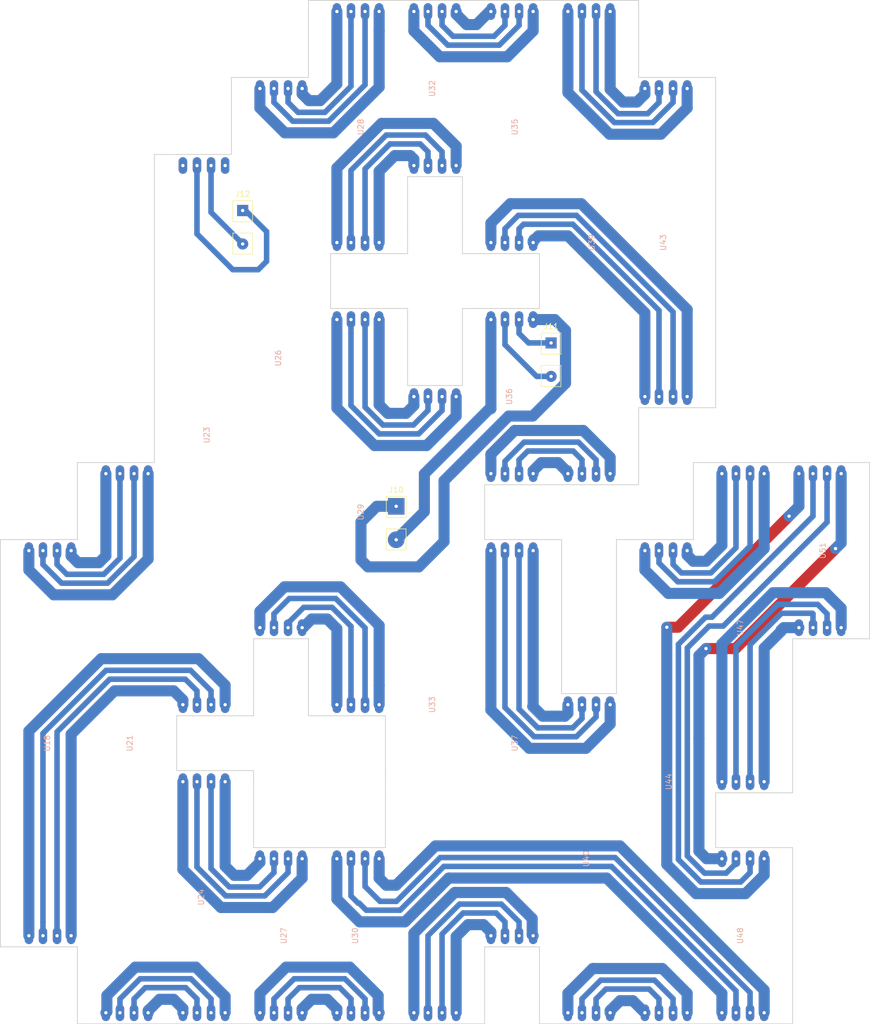
<source format=kicad_pcb>
(kicad_pcb (version 4) (host pcbnew 4.0.6)

  (general
    (links 86)
    (no_connects 0)
    (area 29.379399 32.8773 186.307201 217.6329)
    (thickness 1.6)
    (drawings 256)
    (tracks 487)
    (zones 0)
    (modules 24)
    (nets 87)
  )

  (page A4 portrait)
  (layers
    (0 F.Cu signal)
    (31 B.Cu signal)
    (32 B.Adhes user)
    (33 F.Adhes user hide)
    (34 B.Paste user)
    (35 F.Paste user hide)
    (36 B.SilkS user)
    (37 F.SilkS user hide)
    (38 B.Mask user)
    (39 F.Mask user hide)
    (40 Dwgs.User user)
    (41 Cmts.User user)
    (42 Eco1.User user)
    (43 Eco2.User user)
    (44 Edge.Cuts user)
    (45 Margin user hide)
    (46 B.CrtYd user)
    (47 F.CrtYd user hide)
    (48 B.Fab user)
    (49 F.Fab user)
  )

  (setup
    (last_trace_width 2)
    (trace_clearance 0.6)
    (zone_clearance 0.508)
    (zone_45_only no)
    (trace_min 0.2)
    (segment_width 0.2)
    (edge_width 0.15)
    (via_size 1)
    (via_drill 0.6)
    (via_min_size 0.4)
    (via_min_drill 0.3)
    (uvia_size 0.3)
    (uvia_drill 0.1)
    (uvias_allowed no)
    (uvia_min_size 0.2)
    (uvia_min_drill 0.1)
    (pcb_text_width 0.3)
    (pcb_text_size 1.5 1.5)
    (mod_edge_width 0.15)
    (mod_text_size 1 1)
    (mod_text_width 0.15)
    (pad_size 1.524 1.524)
    (pad_drill 0.6)
    (pad_to_mask_clearance 0.2)
    (aux_axis_origin 0 0)
    (visible_elements FFFFFFFF)
    (pcbplotparams
      (layerselection 0x01000_80000000)
      (usegerberextensions false)
      (excludeedgelayer true)
      (linewidth 0.100000)
      (plotframeref false)
      (viasonmask false)
      (mode 1)
      (useauxorigin false)
      (hpglpennumber 1)
      (hpglpenspeed 20)
      (hpglpendiameter 15)
      (hpglpenoverlay 2)
      (psnegative false)
      (psa4output false)
      (plotreference false)
      (plotvalue false)
      (plotinvisibletext false)
      (padsonsilk false)
      (subtractmaskfromsilk false)
      (outputformat 1)
      (mirror false)
      (drillshape 0)
      (scaleselection 1)
      (outputdirectory gerbers/))
  )

  (net 0 "")
  (net 1 +5V)
  (net 2 GND)
  (net 3 "Net-(U18-Pad1)")
  (net 4 "Net-(U18-Pad2)")
  (net 5 "Net-(U18-Pad3)")
  (net 6 "Net-(U18-Pad4)")
  (net 7 "Net-(U18-Pad5)")
  (net 8 "Net-(U18-Pad6)")
  (net 9 "Net-(U18-Pad7)")
  (net 10 "Net-(U18-Pad8)")
  (net 11 "Net-(U21-Pad1)")
  (net 12 "Net-(U21-Pad2)")
  (net 13 "Net-(U21-Pad3)")
  (net 14 "Net-(U21-Pad4)")
  (net 15 "Net-(U24-Pad1)")
  (net 16 "Net-(U24-Pad2)")
  (net 17 "Net-(U24-Pad3)")
  (net 18 "Net-(U24-Pad4)")
  (net 19 "Net-(U26-Pad1)")
  (net 20 "Net-(U26-Pad2)")
  (net 21 "Net-(U26-Pad3)")
  (net 22 "Net-(U26-Pad4)")
  (net 23 "Net-(U26-Pad5)")
  (net 24 "Net-(U26-Pad6)")
  (net 25 "Net-(U26-Pad7)")
  (net 26 "Net-(U26-Pad8)")
  (net 27 "Net-(U27-Pad1)")
  (net 28 "Net-(U27-Pad2)")
  (net 29 "Net-(U27-Pad3)")
  (net 30 "Net-(U27-Pad4)")
  (net 31 "Net-(U28-Pad1)")
  (net 32 "Net-(U28-Pad2)")
  (net 33 "Net-(U28-Pad3)")
  (net 34 "Net-(U28-Pad4)")
  (net 35 "Net-(U29-Pad5)")
  (net 36 "Net-(U29-Pad6)")
  (net 37 "Net-(U29-Pad7)")
  (net 38 "Net-(U29-Pad8)")
  (net 39 "Net-(U30-Pad1)")
  (net 40 "Net-(U30-Pad2)")
  (net 41 "Net-(U30-Pad3)")
  (net 42 "Net-(U30-Pad4)")
  (net 43 "Net-(U32-Pad1)")
  (net 44 "Net-(U32-Pad2)")
  (net 45 "Net-(U32-Pad3)")
  (net 46 "Net-(U32-Pad4)")
  (net 47 "Net-(U33-Pad5)")
  (net 48 "Net-(U33-Pad6)")
  (net 49 "Net-(U33-Pad7)")
  (net 50 "Net-(U33-Pad8)")
  (net 51 "Net-(U35-Pad1)")
  (net 52 "Net-(U35-Pad2)")
  (net 53 "Net-(U35-Pad3)")
  (net 54 "Net-(U35-Pad4)")
  (net 55 "Net-(U36-Pad5)")
  (net 56 "Net-(U36-Pad6)")
  (net 57 "Net-(U36-Pad7)")
  (net 58 "Net-(U36-Pad8)")
  (net 59 "Net-(U37-Pad5)")
  (net 60 "Net-(U37-Pad6)")
  (net 61 "Net-(U37-Pad7)")
  (net 62 "Net-(U37-Pad8)")
  (net 63 "Net-(U39-Pad5)")
  (net 64 "Net-(U39-Pad6)")
  (net 65 "Net-(U39-Pad7)")
  (net 66 "Net-(U39-Pad8)")
  (net 67 "Net-(U40-Pad5)")
  (net 68 "Net-(U40-Pad6)")
  (net 69 "Net-(U40-Pad7)")
  (net 70 "Net-(U40-Pad8)")
  (net 71 "Net-(U44-Pad5)")
  (net 72 "Net-(U44-Pad6)")
  (net 73 "Net-(U44-Pad7)")
  (net 74 "Net-(U44-Pad8)")
  (net 75 "Net-(U47-Pad5)")
  (net 76 "Net-(U47-Pad6)")
  (net 77 "Net-(U47-Pad7)")
  (net 78 "Net-(U47-Pad8)")
  (net 79 "Net-(J11-Pad1)")
  (net 80 "Net-(J11-Pad2)")
  (net 81 "Net-(J12-Pad1)")
  (net 82 "Net-(J12-Pad2)")
  (net 83 "Net-(U48-Pad1)")
  (net 84 "Net-(U48-Pad2)")
  (net 85 "Net-(U48-Pad3)")
  (net 86 "Net-(U48-Pad4)")

  (net_class Default "This is the default net class."
    (clearance 0.6)
    (trace_width 2)
    (via_dia 1)
    (via_drill 0.6)
    (uvia_dia 0.3)
    (uvia_drill 0.1)
    (add_net +5V)
    (add_net GND)
    (add_net "Net-(U18-Pad1)")
    (add_net "Net-(U18-Pad4)")
    (add_net "Net-(U18-Pad5)")
    (add_net "Net-(U18-Pad8)")
    (add_net "Net-(U21-Pad1)")
    (add_net "Net-(U21-Pad4)")
    (add_net "Net-(U24-Pad1)")
    (add_net "Net-(U24-Pad4)")
    (add_net "Net-(U26-Pad1)")
    (add_net "Net-(U26-Pad4)")
    (add_net "Net-(U26-Pad5)")
    (add_net "Net-(U26-Pad8)")
    (add_net "Net-(U27-Pad1)")
    (add_net "Net-(U27-Pad4)")
    (add_net "Net-(U28-Pad1)")
    (add_net "Net-(U28-Pad4)")
    (add_net "Net-(U29-Pad5)")
    (add_net "Net-(U29-Pad8)")
    (add_net "Net-(U30-Pad1)")
    (add_net "Net-(U30-Pad4)")
    (add_net "Net-(U32-Pad1)")
    (add_net "Net-(U32-Pad4)")
    (add_net "Net-(U33-Pad5)")
    (add_net "Net-(U33-Pad8)")
    (add_net "Net-(U35-Pad1)")
    (add_net "Net-(U35-Pad4)")
    (add_net "Net-(U36-Pad5)")
    (add_net "Net-(U36-Pad8)")
    (add_net "Net-(U37-Pad5)")
    (add_net "Net-(U37-Pad8)")
    (add_net "Net-(U39-Pad5)")
    (add_net "Net-(U39-Pad8)")
    (add_net "Net-(U40-Pad5)")
    (add_net "Net-(U40-Pad8)")
    (add_net "Net-(U44-Pad5)")
    (add_net "Net-(U44-Pad8)")
    (add_net "Net-(U47-Pad5)")
    (add_net "Net-(U47-Pad8)")
    (add_net "Net-(U48-Pad1)")
    (add_net "Net-(U48-Pad4)")
  )

  (net_class Signal ""
    (clearance 0.6)
    (trace_width 1)
    (via_dia 1)
    (via_drill 0.6)
    (uvia_dia 0.3)
    (uvia_drill 0.1)
    (add_net "Net-(J11-Pad1)")
    (add_net "Net-(J11-Pad2)")
    (add_net "Net-(J12-Pad1)")
    (add_net "Net-(J12-Pad2)")
    (add_net "Net-(U18-Pad2)")
    (add_net "Net-(U18-Pad3)")
    (add_net "Net-(U18-Pad6)")
    (add_net "Net-(U18-Pad7)")
    (add_net "Net-(U21-Pad2)")
    (add_net "Net-(U21-Pad3)")
    (add_net "Net-(U24-Pad2)")
    (add_net "Net-(U24-Pad3)")
    (add_net "Net-(U26-Pad2)")
    (add_net "Net-(U26-Pad3)")
    (add_net "Net-(U26-Pad6)")
    (add_net "Net-(U26-Pad7)")
    (add_net "Net-(U27-Pad2)")
    (add_net "Net-(U27-Pad3)")
    (add_net "Net-(U28-Pad2)")
    (add_net "Net-(U28-Pad3)")
    (add_net "Net-(U29-Pad6)")
    (add_net "Net-(U29-Pad7)")
    (add_net "Net-(U30-Pad2)")
    (add_net "Net-(U30-Pad3)")
    (add_net "Net-(U32-Pad2)")
    (add_net "Net-(U32-Pad3)")
    (add_net "Net-(U33-Pad6)")
    (add_net "Net-(U33-Pad7)")
    (add_net "Net-(U35-Pad2)")
    (add_net "Net-(U35-Pad3)")
    (add_net "Net-(U36-Pad6)")
    (add_net "Net-(U36-Pad7)")
    (add_net "Net-(U37-Pad6)")
    (add_net "Net-(U37-Pad7)")
    (add_net "Net-(U39-Pad6)")
    (add_net "Net-(U39-Pad7)")
    (add_net "Net-(U40-Pad6)")
    (add_net "Net-(U40-Pad7)")
    (add_net "Net-(U44-Pad6)")
    (add_net "Net-(U44-Pad7)")
    (add_net "Net-(U47-Pad6)")
    (add_net "Net-(U47-Pad7)")
    (add_net "Net-(U48-Pad2)")
    (add_net "Net-(U48-Pad3)")
  )

  (module apa102c_72m:APA102C_72m_x5 (layer B.Cu) (tedit 59559C0C) (tstamp 59559C0C)
    (at 38.3989 166.9218 270)
    (path /5954F11F)
    (fp_text reference U18 (at 0 0.5 270) (layer B.SilkS)
      (effects (font (size 1 1) (thickness 0.15)))
    )
    (fp_text value APA102C_x5 (at 0 -0.5 270) (layer B.Fab)
      (effects (font (size 1 1) (thickness 0.15)))
    )
    (fp_line (start -34.7222 -5.08) (end -34.7222 5.08) (layer B.CrtYd) (width 0.15))
    (fp_line (start 34.7222 -5.08) (end -34.7222 -5.08) (layer B.CrtYd) (width 0.15))
    (fp_line (start 34.7222 5.08) (end 34.7222 -5.08) (layer B.CrtYd) (width 0.15))
    (fp_line (start -34.7222 5.08) (end 34.7222 5.08) (layer B.CrtYd) (width 0.15))
    (pad 1 thru_hole oval (at -34.7222 -3.81 270) (size 3 1.524) (drill 0.6) (layers *.Cu *.Mask)
      (net 3 "Net-(U18-Pad1)"))
    (pad 2 thru_hole oval (at -34.7222 -1.27 270) (size 3 1.524) (drill 0.6) (layers *.Cu *.Mask)
      (net 4 "Net-(U18-Pad2)"))
    (pad 3 thru_hole oval (at -34.7222 1.27 270) (size 3 1.524) (drill 0.6) (layers *.Cu *.Mask)
      (net 5 "Net-(U18-Pad3)"))
    (pad 4 thru_hole oval (at -34.7222 3.81 270) (size 3 1.524) (drill 0.6) (layers *.Cu *.Mask)
      (net 6 "Net-(U18-Pad4)"))
    (pad 5 thru_hole oval (at 34.7222 -3.81 270) (size 3 1.524) (drill 0.6) (layers *.Cu *.Mask)
      (net 7 "Net-(U18-Pad5)"))
    (pad 6 thru_hole oval (at 34.7222 -1.27 270) (size 3 1.524) (drill 0.6) (layers *.Cu *.Mask)
      (net 8 "Net-(U18-Pad6)"))
    (pad 7 thru_hole oval (at 34.7222 1.27 270) (size 3 1.524) (drill 0.6) (layers *.Cu *.Mask)
      (net 9 "Net-(U18-Pad7)"))
    (pad 8 thru_hole oval (at 34.7222 3.81 270) (size 3 1.524) (drill 0.6) (layers *.Cu *.Mask)
      (net 10 "Net-(U18-Pad8)"))
  )

  (module apa102c_72m:APA102C_72m_x7 (layer B.Cu) (tedit 59559C0C) (tstamp 59559C0C)
    (at 52.2878 166.9218 90)
    (path /5954F122)
    (fp_text reference U21 (at 0 0.5 90) (layer B.SilkS)
      (effects (font (size 1 1) (thickness 0.15)))
    )
    (fp_text value APA102C_x7 (at 0 -0.5 90) (layer B.Fab)
      (effects (font (size 1 1) (thickness 0.15)))
    )
    (fp_line (start -48.6111 -5.08) (end -48.6111 5.08) (layer B.CrtYd) (width 0.15))
    (fp_line (start 48.6111 -5.08) (end -48.6111 -5.08) (layer B.CrtYd) (width 0.15))
    (fp_line (start 48.6111 5.08) (end 48.6111 -5.08) (layer B.CrtYd) (width 0.15))
    (fp_line (start -48.6111 5.08) (end 48.6111 5.08) (layer B.CrtYd) (width 0.15))
    (pad 1 thru_hole oval (at -48.6111 -3.81 90) (size 3 1.524) (drill 0.6) (layers *.Cu *.Mask)
      (net 11 "Net-(U21-Pad1)"))
    (pad 2 thru_hole oval (at -48.6111 -1.27 90) (size 3 1.524) (drill 0.6) (layers *.Cu *.Mask)
      (net 12 "Net-(U21-Pad2)"))
    (pad 3 thru_hole oval (at -48.6111 1.27 90) (size 3 1.524) (drill 0.6) (layers *.Cu *.Mask)
      (net 13 "Net-(U21-Pad3)"))
    (pad 4 thru_hole oval (at -48.6111 3.81 90) (size 3 1.524) (drill 0.6) (layers *.Cu *.Mask)
      (net 14 "Net-(U21-Pad4)"))
    (pad 5 thru_hole oval (at 48.6111 -3.81 90) (size 3 1.524) (drill 0.6) (layers *.Cu *.Mask)
      (net 3 "Net-(U18-Pad1)"))
    (pad 6 thru_hole oval (at 48.6111 -1.27 90) (size 3 1.524) (drill 0.6) (layers *.Cu *.Mask)
      (net 4 "Net-(U18-Pad2)"))
    (pad 7 thru_hole oval (at 48.6111 1.27 90) (size 3 1.524) (drill 0.6) (layers *.Cu *.Mask)
      (net 5 "Net-(U18-Pad3)"))
    (pad 8 thru_hole oval (at 48.6111 3.81 90) (size 3 1.524) (drill 0.6) (layers *.Cu *.Mask)
      (net 6 "Net-(U18-Pad4)"))
  )

  (module apa102c_72m:APA102C_72m_x7 (layer B.Cu) (tedit 59559C0C) (tstamp 59559C0C)
    (at 66.1767 111.3662 90)
    (path /5954F124)
    (fp_text reference U23 (at 0 0.5 90) (layer B.SilkS)
      (effects (font (size 1 1) (thickness 0.15)))
    )
    (fp_text value APA102C_x7 (at 0 -0.5 90) (layer B.Fab)
      (effects (font (size 1 1) (thickness 0.15)))
    )
    (fp_line (start -48.6111 -5.08) (end -48.6111 5.08) (layer B.CrtYd) (width 0.15))
    (fp_line (start 48.6111 -5.08) (end -48.6111 -5.08) (layer B.CrtYd) (width 0.15))
    (fp_line (start 48.6111 5.08) (end 48.6111 -5.08) (layer B.CrtYd) (width 0.15))
    (fp_line (start -48.6111 5.08) (end 48.6111 5.08) (layer B.CrtYd) (width 0.15))
    (pad 1 thru_hole oval (at -48.6111 -3.81 90) (size 3 1.524) (drill 0.6) (layers *.Cu *.Mask)
      (net 7 "Net-(U18-Pad5)"))
    (pad 2 thru_hole oval (at -48.6111 -1.27 90) (size 3 1.524) (drill 0.6) (layers *.Cu *.Mask)
      (net 8 "Net-(U18-Pad6)"))
    (pad 3 thru_hole oval (at -48.6111 1.27 90) (size 3 1.524) (drill 0.6) (layers *.Cu *.Mask)
      (net 9 "Net-(U18-Pad7)"))
    (pad 4 thru_hole oval (at -48.6111 3.81 90) (size 3 1.524) (drill 0.6) (layers *.Cu *.Mask)
      (net 10 "Net-(U18-Pad8)"))
    (pad 5 thru_hole oval (at 48.6111 -3.81 90) (size 3 1.524) (drill 0.6) (layers *.Cu *.Mask))
    (pad 6 thru_hole oval (at 48.6111 -1.27 90) (size 3 1.524) (drill 0.6) (layers *.Cu *.Mask)
      (net 81 "Net-(J12-Pad1)"))
    (pad 7 thru_hole oval (at 48.6111 1.27 90) (size 3 1.524) (drill 0.6) (layers *.Cu *.Mask)
      (net 82 "Net-(J12-Pad2)"))
    (pad 8 thru_hole oval (at 48.6111 3.81 90) (size 3 1.524) (drill 0.6) (layers *.Cu *.Mask))
  )

  (module apa102c_72m:APA102C_72m_x3 (layer B.Cu) (tedit 59559C0C) (tstamp 59559C0C)
    (at 66.1767 194.6996 270)
    (path /5954F125)
    (fp_text reference U24 (at 0 0.5 270) (layer B.SilkS)
      (effects (font (size 1 1) (thickness 0.15)))
    )
    (fp_text value APA102C_x3 (at 0 -0.5 270) (layer B.Fab)
      (effects (font (size 1 1) (thickness 0.15)))
    )
    (fp_line (start -20.8333 -5.08) (end -20.8333 5.08) (layer B.CrtYd) (width 0.15))
    (fp_line (start 20.8333 -5.08) (end -20.8333 -5.08) (layer B.CrtYd) (width 0.15))
    (fp_line (start 20.8333 5.08) (end 20.8333 -5.08) (layer B.CrtYd) (width 0.15))
    (fp_line (start -20.8333 5.08) (end 20.8333 5.08) (layer B.CrtYd) (width 0.15))
    (pad 1 thru_hole oval (at -20.8333 -3.81 270) (size 3 1.524) (drill 0.6) (layers *.Cu *.Mask)
      (net 15 "Net-(U24-Pad1)"))
    (pad 2 thru_hole oval (at -20.8333 -1.27 270) (size 3 1.524) (drill 0.6) (layers *.Cu *.Mask)
      (net 16 "Net-(U24-Pad2)"))
    (pad 3 thru_hole oval (at -20.8333 1.27 270) (size 3 1.524) (drill 0.6) (layers *.Cu *.Mask)
      (net 17 "Net-(U24-Pad3)"))
    (pad 4 thru_hole oval (at -20.8333 3.81 270) (size 3 1.524) (drill 0.6) (layers *.Cu *.Mask)
      (net 18 "Net-(U24-Pad4)"))
    (pad 5 thru_hole oval (at 20.8333 -3.81 270) (size 3 1.524) (drill 0.6) (layers *.Cu *.Mask)
      (net 11 "Net-(U21-Pad1)"))
    (pad 6 thru_hole oval (at 20.8333 -1.27 270) (size 3 1.524) (drill 0.6) (layers *.Cu *.Mask)
      (net 12 "Net-(U21-Pad2)"))
    (pad 7 thru_hole oval (at 20.8333 1.27 270) (size 3 1.524) (drill 0.6) (layers *.Cu *.Mask)
      (net 13 "Net-(U21-Pad3)"))
    (pad 8 thru_hole oval (at 20.8333 3.81 270) (size 3 1.524) (drill 0.6) (layers *.Cu *.Mask)
      (net 14 "Net-(U21-Pad4)"))
  )

  (module apa102c_72m:APA102C_72m_x7 (layer B.Cu) (tedit 59559C0C) (tstamp 59559C0C)
    (at 80.0656 97.4773 270)
    (path /5954F127)
    (fp_text reference U26 (at 0 0.5 270) (layer B.SilkS)
      (effects (font (size 1 1) (thickness 0.15)))
    )
    (fp_text value APA102C_x7 (at 0 -0.5 270) (layer B.Fab)
      (effects (font (size 1 1) (thickness 0.15)))
    )
    (fp_line (start -48.6111 -5.08) (end -48.6111 5.08) (layer B.CrtYd) (width 0.15))
    (fp_line (start 48.6111 -5.08) (end -48.6111 -5.08) (layer B.CrtYd) (width 0.15))
    (fp_line (start 48.6111 5.08) (end 48.6111 -5.08) (layer B.CrtYd) (width 0.15))
    (fp_line (start -48.6111 5.08) (end 48.6111 5.08) (layer B.CrtYd) (width 0.15))
    (pad 1 thru_hole oval (at -48.6111 -3.81 270) (size 3 1.524) (drill 0.6) (layers *.Cu *.Mask)
      (net 19 "Net-(U26-Pad1)"))
    (pad 2 thru_hole oval (at -48.6111 -1.27 270) (size 3 1.524) (drill 0.6) (layers *.Cu *.Mask)
      (net 20 "Net-(U26-Pad2)"))
    (pad 3 thru_hole oval (at -48.6111 1.27 270) (size 3 1.524) (drill 0.6) (layers *.Cu *.Mask)
      (net 21 "Net-(U26-Pad3)"))
    (pad 4 thru_hole oval (at -48.6111 3.81 270) (size 3 1.524) (drill 0.6) (layers *.Cu *.Mask)
      (net 22 "Net-(U26-Pad4)"))
    (pad 5 thru_hole oval (at 48.6111 -3.81 270) (size 3 1.524) (drill 0.6) (layers *.Cu *.Mask)
      (net 23 "Net-(U26-Pad5)"))
    (pad 6 thru_hole oval (at 48.6111 -1.27 270) (size 3 1.524) (drill 0.6) (layers *.Cu *.Mask)
      (net 24 "Net-(U26-Pad6)"))
    (pad 7 thru_hole oval (at 48.6111 1.27 270) (size 3 1.524) (drill 0.6) (layers *.Cu *.Mask)
      (net 25 "Net-(U26-Pad7)"))
    (pad 8 thru_hole oval (at 48.6111 3.81 270) (size 3 1.524) (drill 0.6) (layers *.Cu *.Mask)
      (net 26 "Net-(U26-Pad8)"))
  )

  (module apa102c_72m:APA102C_72m_x2 (layer B.Cu) (tedit 59559C0C) (tstamp 59559C0C)
    (at 80.0656 201.644 90)
    (path /5954F128)
    (fp_text reference U27 (at 0 0.5 90) (layer B.SilkS)
      (effects (font (size 1 1) (thickness 0.15)))
    )
    (fp_text value APA102C_x2 (at 0 -0.5 90) (layer B.Fab)
      (effects (font (size 1 1) (thickness 0.15)))
    )
    (fp_line (start -13.8889 -5.08) (end -13.8889 5.08) (layer B.CrtYd) (width 0.15))
    (fp_line (start 13.8889 -5.08) (end -13.8889 -5.08) (layer B.CrtYd) (width 0.15))
    (fp_line (start 13.8889 5.08) (end 13.8889 -5.08) (layer B.CrtYd) (width 0.15))
    (fp_line (start -13.8889 5.08) (end 13.8889 5.08) (layer B.CrtYd) (width 0.15))
    (pad 1 thru_hole oval (at -13.8889 -3.81 90) (size 3 1.524) (drill 0.6) (layers *.Cu *.Mask)
      (net 27 "Net-(U27-Pad1)"))
    (pad 2 thru_hole oval (at -13.8889 -1.27 90) (size 3 1.524) (drill 0.6) (layers *.Cu *.Mask)
      (net 28 "Net-(U27-Pad2)"))
    (pad 3 thru_hole oval (at -13.8889 1.27 90) (size 3 1.524) (drill 0.6) (layers *.Cu *.Mask)
      (net 29 "Net-(U27-Pad3)"))
    (pad 4 thru_hole oval (at -13.8889 3.81 90) (size 3 1.524) (drill 0.6) (layers *.Cu *.Mask)
      (net 30 "Net-(U27-Pad4)"))
    (pad 5 thru_hole oval (at 13.8889 -3.81 90) (size 3 1.524) (drill 0.6) (layers *.Cu *.Mask)
      (net 15 "Net-(U24-Pad1)"))
    (pad 6 thru_hole oval (at 13.8889 -1.27 90) (size 3 1.524) (drill 0.6) (layers *.Cu *.Mask)
      (net 16 "Net-(U24-Pad2)"))
    (pad 7 thru_hole oval (at 13.8889 1.27 90) (size 3 1.524) (drill 0.6) (layers *.Cu *.Mask)
      (net 17 "Net-(U24-Pad3)"))
    (pad 8 thru_hole oval (at 13.8889 3.81 90) (size 3 1.524) (drill 0.6) (layers *.Cu *.Mask)
      (net 18 "Net-(U24-Pad4)"))
  )

  (module apa102c_72m:APA102C_72m_x3 (layer B.Cu) (tedit 59559C0C) (tstamp 59559C0C)
    (at 93.9544 55.8107 90)
    (path /5954F129)
    (fp_text reference U28 (at 0 0.5 90) (layer B.SilkS)
      (effects (font (size 1 1) (thickness 0.15)))
    )
    (fp_text value APA102C_x3 (at 0 -0.5 90) (layer B.Fab)
      (effects (font (size 1 1) (thickness 0.15)))
    )
    (fp_line (start -20.8333 -5.08) (end -20.8333 5.08) (layer B.CrtYd) (width 0.15))
    (fp_line (start 20.8333 -5.08) (end -20.8333 -5.08) (layer B.CrtYd) (width 0.15))
    (fp_line (start 20.8333 5.08) (end 20.8333 -5.08) (layer B.CrtYd) (width 0.15))
    (fp_line (start -20.8333 5.08) (end 20.8333 5.08) (layer B.CrtYd) (width 0.15))
    (pad 1 thru_hole oval (at -20.8333 -3.81 90) (size 3 1.524) (drill 0.6) (layers *.Cu *.Mask)
      (net 31 "Net-(U28-Pad1)"))
    (pad 2 thru_hole oval (at -20.8333 -1.27 90) (size 3 1.524) (drill 0.6) (layers *.Cu *.Mask)
      (net 32 "Net-(U28-Pad2)"))
    (pad 3 thru_hole oval (at -20.8333 1.27 90) (size 3 1.524) (drill 0.6) (layers *.Cu *.Mask)
      (net 33 "Net-(U28-Pad3)"))
    (pad 4 thru_hole oval (at -20.8333 3.81 90) (size 3 1.524) (drill 0.6) (layers *.Cu *.Mask)
      (net 34 "Net-(U28-Pad4)"))
    (pad 5 thru_hole oval (at 20.8333 -3.81 90) (size 3 1.524) (drill 0.6) (layers *.Cu *.Mask)
      (net 19 "Net-(U26-Pad1)"))
    (pad 6 thru_hole oval (at 20.8333 -1.27 90) (size 3 1.524) (drill 0.6) (layers *.Cu *.Mask)
      (net 20 "Net-(U26-Pad2)"))
    (pad 7 thru_hole oval (at 20.8333 1.27 90) (size 3 1.524) (drill 0.6) (layers *.Cu *.Mask)
      (net 21 "Net-(U26-Pad3)"))
    (pad 8 thru_hole oval (at 20.8333 3.81 90) (size 3 1.524) (drill 0.6) (layers *.Cu *.Mask)
      (net 22 "Net-(U26-Pad4)"))
  )

  (module apa102c_72m:APA102C_72m_x5 (layer B.Cu) (tedit 59559C0C) (tstamp 59559C0C)
    (at 93.9544 125.2551 90)
    (path /5954F12A)
    (fp_text reference U29 (at 0 0.5 90) (layer B.SilkS)
      (effects (font (size 1 1) (thickness 0.15)))
    )
    (fp_text value APA102C_x5 (at 0 -0.5 90) (layer B.Fab)
      (effects (font (size 1 1) (thickness 0.15)))
    )
    (fp_line (start -34.7222 -5.08) (end -34.7222 5.08) (layer B.CrtYd) (width 0.15))
    (fp_line (start 34.7222 -5.08) (end -34.7222 -5.08) (layer B.CrtYd) (width 0.15))
    (fp_line (start 34.7222 5.08) (end 34.7222 -5.08) (layer B.CrtYd) (width 0.15))
    (fp_line (start -34.7222 5.08) (end 34.7222 5.08) (layer B.CrtYd) (width 0.15))
    (pad 1 thru_hole oval (at -34.7222 -3.81 90) (size 3 1.524) (drill 0.6) (layers *.Cu *.Mask)
      (net 23 "Net-(U26-Pad5)"))
    (pad 2 thru_hole oval (at -34.7222 -1.27 90) (size 3 1.524) (drill 0.6) (layers *.Cu *.Mask)
      (net 24 "Net-(U26-Pad6)"))
    (pad 3 thru_hole oval (at -34.7222 1.27 90) (size 3 1.524) (drill 0.6) (layers *.Cu *.Mask)
      (net 25 "Net-(U26-Pad7)"))
    (pad 4 thru_hole oval (at -34.7222 3.81 90) (size 3 1.524) (drill 0.6) (layers *.Cu *.Mask)
      (net 26 "Net-(U26-Pad8)"))
    (pad 5 thru_hole oval (at 34.7222 -3.81 90) (size 3 1.524) (drill 0.6) (layers *.Cu *.Mask)
      (net 35 "Net-(U29-Pad5)"))
    (pad 6 thru_hole oval (at 34.7222 -1.27 90) (size 3 1.524) (drill 0.6) (layers *.Cu *.Mask)
      (net 36 "Net-(U29-Pad6)"))
    (pad 7 thru_hole oval (at 34.7222 1.27 90) (size 3 1.524) (drill 0.6) (layers *.Cu *.Mask)
      (net 37 "Net-(U29-Pad7)"))
    (pad 8 thru_hole oval (at 34.7222 3.81 90) (size 3 1.524) (drill 0.6) (layers *.Cu *.Mask)
      (net 38 "Net-(U29-Pad8)"))
  )

  (module apa102c_72m:APA102C_72m_x2 (layer B.Cu) (tedit 59559C0C) (tstamp 59559C0C)
    (at 93.9544 201.644 270)
    (path /5954F12B)
    (fp_text reference U30 (at 0 0.5 270) (layer B.SilkS)
      (effects (font (size 1 1) (thickness 0.15)))
    )
    (fp_text value APA102C_x2 (at 0 -0.5 270) (layer B.Fab)
      (effects (font (size 1 1) (thickness 0.15)))
    )
    (fp_line (start -13.8889 -5.08) (end -13.8889 5.08) (layer B.CrtYd) (width 0.15))
    (fp_line (start 13.8889 -5.08) (end -13.8889 -5.08) (layer B.CrtYd) (width 0.15))
    (fp_line (start 13.8889 5.08) (end 13.8889 -5.08) (layer B.CrtYd) (width 0.15))
    (fp_line (start -13.8889 5.08) (end 13.8889 5.08) (layer B.CrtYd) (width 0.15))
    (pad 1 thru_hole oval (at -13.8889 -3.81 270) (size 3 1.524) (drill 0.6) (layers *.Cu *.Mask)
      (net 39 "Net-(U30-Pad1)"))
    (pad 2 thru_hole oval (at -13.8889 -1.27 270) (size 3 1.524) (drill 0.6) (layers *.Cu *.Mask)
      (net 40 "Net-(U30-Pad2)"))
    (pad 3 thru_hole oval (at -13.8889 1.27 270) (size 3 1.524) (drill 0.6) (layers *.Cu *.Mask)
      (net 41 "Net-(U30-Pad3)"))
    (pad 4 thru_hole oval (at -13.8889 3.81 270) (size 3 1.524) (drill 0.6) (layers *.Cu *.Mask)
      (net 42 "Net-(U30-Pad4)"))
    (pad 5 thru_hole oval (at 13.8889 -3.81 270) (size 3 1.524) (drill 0.6) (layers *.Cu *.Mask)
      (net 27 "Net-(U27-Pad1)"))
    (pad 6 thru_hole oval (at 13.8889 -1.27 270) (size 3 1.524) (drill 0.6) (layers *.Cu *.Mask)
      (net 28 "Net-(U27-Pad2)"))
    (pad 7 thru_hole oval (at 13.8889 1.27 270) (size 3 1.524) (drill 0.6) (layers *.Cu *.Mask)
      (net 29 "Net-(U27-Pad3)"))
    (pad 8 thru_hole oval (at 13.8889 3.81 270) (size 3 1.524) (drill 0.6) (layers *.Cu *.Mask)
      (net 30 "Net-(U27-Pad4)"))
  )

  (module apa102c_72m:APA102C_72m_x2 (layer B.Cu) (tedit 59559C0C) (tstamp 59559C0C)
    (at 107.8433 48.8662 270)
    (path /5954F12D)
    (fp_text reference U32 (at 0 0.5 270) (layer B.SilkS)
      (effects (font (size 1 1) (thickness 0.15)))
    )
    (fp_text value APA102C_x2 (at 0 -0.5 270) (layer B.Fab)
      (effects (font (size 1 1) (thickness 0.15)))
    )
    (fp_line (start -13.8889 -5.08) (end -13.8889 5.08) (layer B.CrtYd) (width 0.15))
    (fp_line (start 13.8889 -5.08) (end -13.8889 -5.08) (layer B.CrtYd) (width 0.15))
    (fp_line (start 13.8889 5.08) (end 13.8889 -5.08) (layer B.CrtYd) (width 0.15))
    (fp_line (start -13.8889 5.08) (end 13.8889 5.08) (layer B.CrtYd) (width 0.15))
    (pad 1 thru_hole oval (at -13.8889 -3.81 270) (size 3 1.524) (drill 0.6) (layers *.Cu *.Mask)
      (net 43 "Net-(U32-Pad1)"))
    (pad 2 thru_hole oval (at -13.8889 -1.27 270) (size 3 1.524) (drill 0.6) (layers *.Cu *.Mask)
      (net 44 "Net-(U32-Pad2)"))
    (pad 3 thru_hole oval (at -13.8889 1.27 270) (size 3 1.524) (drill 0.6) (layers *.Cu *.Mask)
      (net 45 "Net-(U32-Pad3)"))
    (pad 4 thru_hole oval (at -13.8889 3.81 270) (size 3 1.524) (drill 0.6) (layers *.Cu *.Mask)
      (net 46 "Net-(U32-Pad4)"))
    (pad 5 thru_hole oval (at 13.8889 -3.81 270) (size 3 1.524) (drill 0.6) (layers *.Cu *.Mask)
      (net 31 "Net-(U28-Pad1)"))
    (pad 6 thru_hole oval (at 13.8889 -1.27 270) (size 3 1.524) (drill 0.6) (layers *.Cu *.Mask)
      (net 32 "Net-(U28-Pad2)"))
    (pad 7 thru_hole oval (at 13.8889 1.27 270) (size 3 1.524) (drill 0.6) (layers *.Cu *.Mask)
      (net 33 "Net-(U28-Pad3)"))
    (pad 8 thru_hole oval (at 13.8889 3.81 270) (size 3 1.524) (drill 0.6) (layers *.Cu *.Mask)
      (net 34 "Net-(U28-Pad4)"))
  )

  (module apa102c_72m:APA102C_72m_x8 (layer B.Cu) (tedit 59559C0C) (tstamp 59559C0C)
    (at 107.8433 159.9773 270)
    (path /5954F12E)
    (fp_text reference U33 (at 0 0.5 270) (layer B.SilkS)
      (effects (font (size 1 1) (thickness 0.15)))
    )
    (fp_text value APA102C_x8 (at 0 -0.5 270) (layer B.Fab)
      (effects (font (size 1 1) (thickness 0.15)))
    )
    (fp_line (start -55.5556 -5.08) (end -55.5556 5.08) (layer B.CrtYd) (width 0.15))
    (fp_line (start 55.5556 -5.08) (end -55.5556 -5.08) (layer B.CrtYd) (width 0.15))
    (fp_line (start 55.5556 5.08) (end 55.5556 -5.08) (layer B.CrtYd) (width 0.15))
    (fp_line (start -55.5556 5.08) (end 55.5556 5.08) (layer B.CrtYd) (width 0.15))
    (pad 1 thru_hole oval (at -55.5556 -3.81 270) (size 3 1.524) (drill 0.6) (layers *.Cu *.Mask)
      (net 35 "Net-(U29-Pad5)"))
    (pad 2 thru_hole oval (at -55.5556 -1.27 270) (size 3 1.524) (drill 0.6) (layers *.Cu *.Mask)
      (net 36 "Net-(U29-Pad6)"))
    (pad 3 thru_hole oval (at -55.5556 1.27 270) (size 3 1.524) (drill 0.6) (layers *.Cu *.Mask)
      (net 37 "Net-(U29-Pad7)"))
    (pad 4 thru_hole oval (at -55.5556 3.81 270) (size 3 1.524) (drill 0.6) (layers *.Cu *.Mask)
      (net 38 "Net-(U29-Pad8)"))
    (pad 5 thru_hole oval (at 55.5556 -3.81 270) (size 3 1.524) (drill 0.6) (layers *.Cu *.Mask)
      (net 47 "Net-(U33-Pad5)"))
    (pad 6 thru_hole oval (at 55.5556 -1.27 270) (size 3 1.524) (drill 0.6) (layers *.Cu *.Mask)
      (net 48 "Net-(U33-Pad6)"))
    (pad 7 thru_hole oval (at 55.5556 1.27 270) (size 3 1.524) (drill 0.6) (layers *.Cu *.Mask)
      (net 49 "Net-(U33-Pad7)"))
    (pad 8 thru_hole oval (at 55.5556 3.81 270) (size 3 1.524) (drill 0.6) (layers *.Cu *.Mask)
      (net 50 "Net-(U33-Pad8)"))
  )

  (module apa102c_72m:APA102C_72m_x3 (layer B.Cu) (tedit 59559C0C) (tstamp 59559C0C)
    (at 121.7322 55.8107 90)
    (path /5954F130)
    (fp_text reference U35 (at 0 0.5 90) (layer B.SilkS)
      (effects (font (size 1 1) (thickness 0.15)))
    )
    (fp_text value APA102C_x3 (at 0 -0.5 90) (layer B.Fab)
      (effects (font (size 1 1) (thickness 0.15)))
    )
    (fp_line (start -20.8333 -5.08) (end -20.8333 5.08) (layer B.CrtYd) (width 0.15))
    (fp_line (start 20.8333 -5.08) (end -20.8333 -5.08) (layer B.CrtYd) (width 0.15))
    (fp_line (start 20.8333 5.08) (end 20.8333 -5.08) (layer B.CrtYd) (width 0.15))
    (fp_line (start -20.8333 5.08) (end 20.8333 5.08) (layer B.CrtYd) (width 0.15))
    (pad 1 thru_hole oval (at -20.8333 -3.81 90) (size 3 1.524) (drill 0.6) (layers *.Cu *.Mask)
      (net 51 "Net-(U35-Pad1)"))
    (pad 2 thru_hole oval (at -20.8333 -1.27 90) (size 3 1.524) (drill 0.6) (layers *.Cu *.Mask)
      (net 52 "Net-(U35-Pad2)"))
    (pad 3 thru_hole oval (at -20.8333 1.27 90) (size 3 1.524) (drill 0.6) (layers *.Cu *.Mask)
      (net 53 "Net-(U35-Pad3)"))
    (pad 4 thru_hole oval (at -20.8333 3.81 90) (size 3 1.524) (drill 0.6) (layers *.Cu *.Mask)
      (net 54 "Net-(U35-Pad4)"))
    (pad 5 thru_hole oval (at 20.8333 -3.81 90) (size 3 1.524) (drill 0.6) (layers *.Cu *.Mask)
      (net 43 "Net-(U32-Pad1)"))
    (pad 6 thru_hole oval (at 20.8333 -1.27 90) (size 3 1.524) (drill 0.6) (layers *.Cu *.Mask)
      (net 44 "Net-(U32-Pad2)"))
    (pad 7 thru_hole oval (at 20.8333 1.27 90) (size 3 1.524) (drill 0.6) (layers *.Cu *.Mask)
      (net 45 "Net-(U32-Pad3)"))
    (pad 8 thru_hole oval (at 20.8333 3.81 90) (size 3 1.524) (drill 0.6) (layers *.Cu *.Mask)
      (net 46 "Net-(U32-Pad4)"))
  )

  (module apa102c_72m:APA102C_72m_x2 (layer B.Cu) (tedit 59559C0C) (tstamp 59559C0C)
    (at 121.7322 104.4218 270)
    (path /5954F131)
    (fp_text reference U36 (at 0 0.5 270) (layer B.SilkS)
      (effects (font (size 1 1) (thickness 0.15)))
    )
    (fp_text value APA102C_x2 (at 0 -0.5 270) (layer B.Fab)
      (effects (font (size 1 1) (thickness 0.15)))
    )
    (fp_line (start -13.8889 -5.08) (end -13.8889 5.08) (layer B.CrtYd) (width 0.15))
    (fp_line (start 13.8889 -5.08) (end -13.8889 -5.08) (layer B.CrtYd) (width 0.15))
    (fp_line (start 13.8889 5.08) (end 13.8889 -5.08) (layer B.CrtYd) (width 0.15))
    (fp_line (start -13.8889 5.08) (end 13.8889 5.08) (layer B.CrtYd) (width 0.15))
    (pad 1 thru_hole oval (at -13.8889 -3.81 270) (size 3 1.524) (drill 0.6) (layers *.Cu *.Mask)
      (net 2 GND))
    (pad 2 thru_hole oval (at -13.8889 -1.27 270) (size 3 1.524) (drill 0.6) (layers *.Cu *.Mask)
      (net 79 "Net-(J11-Pad1)"))
    (pad 3 thru_hole oval (at -13.8889 1.27 270) (size 3 1.524) (drill 0.6) (layers *.Cu *.Mask)
      (net 80 "Net-(J11-Pad2)"))
    (pad 4 thru_hole oval (at -13.8889 3.81 270) (size 3 1.524) (drill 0.6) (layers *.Cu *.Mask)
      (net 1 +5V))
    (pad 5 thru_hole oval (at 13.8889 -3.81 270) (size 3 1.524) (drill 0.6) (layers *.Cu *.Mask)
      (net 55 "Net-(U36-Pad5)"))
    (pad 6 thru_hole oval (at 13.8889 -1.27 270) (size 3 1.524) (drill 0.6) (layers *.Cu *.Mask)
      (net 56 "Net-(U36-Pad6)"))
    (pad 7 thru_hole oval (at 13.8889 1.27 270) (size 3 1.524) (drill 0.6) (layers *.Cu *.Mask)
      (net 57 "Net-(U36-Pad7)"))
    (pad 8 thru_hole oval (at 13.8889 3.81 270) (size 3 1.524) (drill 0.6) (layers *.Cu *.Mask)
      (net 58 "Net-(U36-Pad8)"))
  )

  (module apa102c_72m:APA102C_72m_x5 (layer B.Cu) (tedit 59559C0C) (tstamp 59559C0C)
    (at 121.7322 166.9218 90)
    (path /5954F132)
    (fp_text reference U37 (at 0 0.5 90) (layer B.SilkS)
      (effects (font (size 1 1) (thickness 0.15)))
    )
    (fp_text value APA102C_x5 (at 0 -0.5 90) (layer B.Fab)
      (effects (font (size 1 1) (thickness 0.15)))
    )
    (fp_line (start -34.7222 -5.08) (end -34.7222 5.08) (layer B.CrtYd) (width 0.15))
    (fp_line (start 34.7222 -5.08) (end -34.7222 -5.08) (layer B.CrtYd) (width 0.15))
    (fp_line (start 34.7222 5.08) (end 34.7222 -5.08) (layer B.CrtYd) (width 0.15))
    (fp_line (start -34.7222 5.08) (end 34.7222 5.08) (layer B.CrtYd) (width 0.15))
    (pad 1 thru_hole oval (at -34.7222 -3.81 90) (size 3 1.524) (drill 0.6) (layers *.Cu *.Mask)
      (net 47 "Net-(U33-Pad5)"))
    (pad 2 thru_hole oval (at -34.7222 -1.27 90) (size 3 1.524) (drill 0.6) (layers *.Cu *.Mask)
      (net 48 "Net-(U33-Pad6)"))
    (pad 3 thru_hole oval (at -34.7222 1.27 90) (size 3 1.524) (drill 0.6) (layers *.Cu *.Mask)
      (net 49 "Net-(U33-Pad7)"))
    (pad 4 thru_hole oval (at -34.7222 3.81 90) (size 3 1.524) (drill 0.6) (layers *.Cu *.Mask)
      (net 50 "Net-(U33-Pad8)"))
    (pad 5 thru_hole oval (at 34.7222 -3.81 90) (size 3 1.524) (drill 0.6) (layers *.Cu *.Mask)
      (net 59 "Net-(U37-Pad5)"))
    (pad 6 thru_hole oval (at 34.7222 -1.27 90) (size 3 1.524) (drill 0.6) (layers *.Cu *.Mask)
      (net 60 "Net-(U37-Pad6)"))
    (pad 7 thru_hole oval (at 34.7222 1.27 90) (size 3 1.524) (drill 0.6) (layers *.Cu *.Mask)
      (net 61 "Net-(U37-Pad7)"))
    (pad 8 thru_hole oval (at 34.7222 3.81 90) (size 3 1.524) (drill 0.6) (layers *.Cu *.Mask)
      (net 62 "Net-(U37-Pad8)"))
  )

  (module apa102c_72m:APA102C_72m_x6 (layer B.Cu) (tedit 59559C0C) (tstamp 59559C0C)
    (at 135.6211 76.644 90)
    (path /5954F134)
    (fp_text reference U39 (at 0 0.5 90) (layer B.SilkS)
      (effects (font (size 1 1) (thickness 0.15)))
    )
    (fp_text value APA102C_x6 (at 0 -0.5 90) (layer B.Fab)
      (effects (font (size 1 1) (thickness 0.15)))
    )
    (fp_line (start -41.6667 -5.08) (end -41.6667 5.08) (layer B.CrtYd) (width 0.15))
    (fp_line (start 41.6667 -5.08) (end -41.6667 -5.08) (layer B.CrtYd) (width 0.15))
    (fp_line (start 41.6667 5.08) (end 41.6667 -5.08) (layer B.CrtYd) (width 0.15))
    (fp_line (start -41.6667 5.08) (end 41.6667 5.08) (layer B.CrtYd) (width 0.15))
    (pad 1 thru_hole oval (at -41.6667 -3.81 90) (size 3 1.524) (drill 0.6) (layers *.Cu *.Mask)
      (net 55 "Net-(U36-Pad5)"))
    (pad 2 thru_hole oval (at -41.6667 -1.27 90) (size 3 1.524) (drill 0.6) (layers *.Cu *.Mask)
      (net 56 "Net-(U36-Pad6)"))
    (pad 3 thru_hole oval (at -41.6667 1.27 90) (size 3 1.524) (drill 0.6) (layers *.Cu *.Mask)
      (net 57 "Net-(U36-Pad7)"))
    (pad 4 thru_hole oval (at -41.6667 3.81 90) (size 3 1.524) (drill 0.6) (layers *.Cu *.Mask)
      (net 58 "Net-(U36-Pad8)"))
    (pad 5 thru_hole oval (at 41.6667 -3.81 90) (size 3 1.524) (drill 0.6) (layers *.Cu *.Mask)
      (net 63 "Net-(U39-Pad5)"))
    (pad 6 thru_hole oval (at 41.6667 -1.27 90) (size 3 1.524) (drill 0.6) (layers *.Cu *.Mask)
      (net 64 "Net-(U39-Pad6)"))
    (pad 7 thru_hole oval (at 41.6667 1.27 90) (size 3 1.524) (drill 0.6) (layers *.Cu *.Mask)
      (net 65 "Net-(U39-Pad7)"))
    (pad 8 thru_hole oval (at 41.6667 3.81 90) (size 3 1.524) (drill 0.6) (layers *.Cu *.Mask)
      (net 66 "Net-(U39-Pad8)"))
  )

  (module apa102c_72m:APA102C_72m_x4 (layer B.Cu) (tedit 59559C0C) (tstamp 59559C0C)
    (at 135.6211 187.7551 270)
    (path /5954F135)
    (fp_text reference U40 (at 0 0.5 270) (layer B.SilkS)
      (effects (font (size 1 1) (thickness 0.15)))
    )
    (fp_text value APA102C_x4 (at 0 -0.5 270) (layer B.Fab)
      (effects (font (size 1 1) (thickness 0.15)))
    )
    (fp_line (start -27.7778 -5.08) (end -27.7778 5.08) (layer B.CrtYd) (width 0.15))
    (fp_line (start 27.7778 -5.08) (end -27.7778 -5.08) (layer B.CrtYd) (width 0.15))
    (fp_line (start 27.7778 5.08) (end 27.7778 -5.08) (layer B.CrtYd) (width 0.15))
    (fp_line (start -27.7778 5.08) (end 27.7778 5.08) (layer B.CrtYd) (width 0.15))
    (pad 1 thru_hole oval (at -27.7778 -3.81 270) (size 3 1.524) (drill 0.6) (layers *.Cu *.Mask)
      (net 59 "Net-(U37-Pad5)"))
    (pad 2 thru_hole oval (at -27.7778 -1.27 270) (size 3 1.524) (drill 0.6) (layers *.Cu *.Mask)
      (net 60 "Net-(U37-Pad6)"))
    (pad 3 thru_hole oval (at -27.7778 1.27 270) (size 3 1.524) (drill 0.6) (layers *.Cu *.Mask)
      (net 61 "Net-(U37-Pad7)"))
    (pad 4 thru_hole oval (at -27.7778 3.81 270) (size 3 1.524) (drill 0.6) (layers *.Cu *.Mask)
      (net 62 "Net-(U37-Pad8)"))
    (pad 5 thru_hole oval (at 27.7778 -3.81 270) (size 3 1.524) (drill 0.6) (layers *.Cu *.Mask)
      (net 67 "Net-(U40-Pad5)"))
    (pad 6 thru_hole oval (at 27.7778 -1.27 270) (size 3 1.524) (drill 0.6) (layers *.Cu *.Mask)
      (net 68 "Net-(U40-Pad6)"))
    (pad 7 thru_hole oval (at 27.7778 1.27 270) (size 3 1.524) (drill 0.6) (layers *.Cu *.Mask)
      (net 69 "Net-(U40-Pad7)"))
    (pad 8 thru_hole oval (at 27.7778 3.81 270) (size 3 1.524) (drill 0.6) (layers *.Cu *.Mask)
      (net 70 "Net-(U40-Pad8)"))
  )

  (module apa102c_72m:APA102C_72m_x4 (layer B.Cu) (tedit 59559C0C) (tstamp 59559C0C)
    (at 149.51 76.644 270)
    (path /5954F138)
    (fp_text reference U43 (at 0 0.5 270) (layer B.SilkS)
      (effects (font (size 1 1) (thickness 0.15)))
    )
    (fp_text value APA102C_x4 (at 0 -0.5 270) (layer B.Fab)
      (effects (font (size 1 1) (thickness 0.15)))
    )
    (fp_line (start -27.7778 -5.08) (end -27.7778 5.08) (layer B.CrtYd) (width 0.15))
    (fp_line (start 27.7778 -5.08) (end -27.7778 -5.08) (layer B.CrtYd) (width 0.15))
    (fp_line (start 27.7778 5.08) (end 27.7778 -5.08) (layer B.CrtYd) (width 0.15))
    (fp_line (start -27.7778 5.08) (end 27.7778 5.08) (layer B.CrtYd) (width 0.15))
    (pad 1 thru_hole oval (at -27.7778 -3.81 270) (size 3 1.524) (drill 0.6) (layers *.Cu *.Mask)
      (net 63 "Net-(U39-Pad5)"))
    (pad 2 thru_hole oval (at -27.7778 -1.27 270) (size 3 1.524) (drill 0.6) (layers *.Cu *.Mask)
      (net 64 "Net-(U39-Pad6)"))
    (pad 3 thru_hole oval (at -27.7778 1.27 270) (size 3 1.524) (drill 0.6) (layers *.Cu *.Mask)
      (net 65 "Net-(U39-Pad7)"))
    (pad 4 thru_hole oval (at -27.7778 3.81 270) (size 3 1.524) (drill 0.6) (layers *.Cu *.Mask)
      (net 66 "Net-(U39-Pad8)"))
    (pad 5 thru_hole oval (at 27.7778 -3.81 270) (size 3 1.524) (drill 0.6) (layers *.Cu *.Mask)
      (net 51 "Net-(U35-Pad1)"))
    (pad 6 thru_hole oval (at 27.7778 -1.27 270) (size 3 1.524) (drill 0.6) (layers *.Cu *.Mask)
      (net 52 "Net-(U35-Pad2)"))
    (pad 7 thru_hole oval (at 27.7778 1.27 270) (size 3 1.524) (drill 0.6) (layers *.Cu *.Mask)
      (net 53 "Net-(U35-Pad3)"))
    (pad 8 thru_hole oval (at 27.7778 3.81 270) (size 3 1.524) (drill 0.6) (layers *.Cu *.Mask)
      (net 54 "Net-(U35-Pad4)"))
  )

  (module apa102c_72m:APA102C_72m_x6 (layer B.Cu) (tedit 59559C0C) (tstamp 59559C0C)
    (at 149.51 173.8662 90)
    (path /5954F139)
    (fp_text reference U44 (at 0 0.5 90) (layer B.SilkS)
      (effects (font (size 1 1) (thickness 0.15)))
    )
    (fp_text value APA102C_x6 (at 0 -0.5 90) (layer B.Fab)
      (effects (font (size 1 1) (thickness 0.15)))
    )
    (fp_line (start -41.6667 -5.08) (end -41.6667 5.08) (layer B.CrtYd) (width 0.15))
    (fp_line (start 41.6667 -5.08) (end -41.6667 -5.08) (layer B.CrtYd) (width 0.15))
    (fp_line (start 41.6667 5.08) (end 41.6667 -5.08) (layer B.CrtYd) (width 0.15))
    (fp_line (start -41.6667 5.08) (end 41.6667 5.08) (layer B.CrtYd) (width 0.15))
    (pad 1 thru_hole oval (at -41.6667 -3.81 90) (size 3 1.524) (drill 0.6) (layers *.Cu *.Mask)
      (net 67 "Net-(U40-Pad5)"))
    (pad 2 thru_hole oval (at -41.6667 -1.27 90) (size 3 1.524) (drill 0.6) (layers *.Cu *.Mask)
      (net 68 "Net-(U40-Pad6)"))
    (pad 3 thru_hole oval (at -41.6667 1.27 90) (size 3 1.524) (drill 0.6) (layers *.Cu *.Mask)
      (net 69 "Net-(U40-Pad7)"))
    (pad 4 thru_hole oval (at -41.6667 3.81 90) (size 3 1.524) (drill 0.6) (layers *.Cu *.Mask)
      (net 70 "Net-(U40-Pad8)"))
    (pad 5 thru_hole oval (at 41.6667 -3.81 90) (size 3 1.524) (drill 0.6) (layers *.Cu *.Mask)
      (net 71 "Net-(U44-Pad5)"))
    (pad 6 thru_hole oval (at 41.6667 -1.27 90) (size 3 1.524) (drill 0.6) (layers *.Cu *.Mask)
      (net 72 "Net-(U44-Pad6)"))
    (pad 7 thru_hole oval (at 41.6667 1.27 90) (size 3 1.524) (drill 0.6) (layers *.Cu *.Mask)
      (net 73 "Net-(U44-Pad7)"))
    (pad 8 thru_hole oval (at 41.6667 3.81 90) (size 3 1.524) (drill 0.6) (layers *.Cu *.Mask)
      (net 74 "Net-(U44-Pad8)"))
  )

  (module apa102c_72m:APA102C_72m_x4 (layer B.Cu) (tedit 59559C0C) (tstamp 59559C0C)
    (at 163.3989 146.0884 270)
    (path /5954F13C)
    (fp_text reference U47 (at 0 0.5 270) (layer B.SilkS)
      (effects (font (size 1 1) (thickness 0.15)))
    )
    (fp_text value APA102C_x4 (at 0 -0.5 270) (layer B.Fab)
      (effects (font (size 1 1) (thickness 0.15)))
    )
    (fp_line (start -27.7778 -5.08) (end -27.7778 5.08) (layer B.CrtYd) (width 0.15))
    (fp_line (start 27.7778 -5.08) (end -27.7778 -5.08) (layer B.CrtYd) (width 0.15))
    (fp_line (start 27.7778 5.08) (end 27.7778 -5.08) (layer B.CrtYd) (width 0.15))
    (fp_line (start -27.7778 5.08) (end 27.7778 5.08) (layer B.CrtYd) (width 0.15))
    (pad 1 thru_hole oval (at -27.7778 -3.81 270) (size 3 1.524) (drill 0.6) (layers *.Cu *.Mask)
      (net 71 "Net-(U44-Pad5)"))
    (pad 2 thru_hole oval (at -27.7778 -1.27 270) (size 3 1.524) (drill 0.6) (layers *.Cu *.Mask)
      (net 72 "Net-(U44-Pad6)"))
    (pad 3 thru_hole oval (at -27.7778 1.27 270) (size 3 1.524) (drill 0.6) (layers *.Cu *.Mask)
      (net 73 "Net-(U44-Pad7)"))
    (pad 4 thru_hole oval (at -27.7778 3.81 270) (size 3 1.524) (drill 0.6) (layers *.Cu *.Mask)
      (net 74 "Net-(U44-Pad8)"))
    (pad 5 thru_hole oval (at 27.7778 -3.81 270) (size 3 1.524) (drill 0.6) (layers *.Cu *.Mask)
      (net 75 "Net-(U47-Pad5)"))
    (pad 6 thru_hole oval (at 27.7778 -1.27 270) (size 3 1.524) (drill 0.6) (layers *.Cu *.Mask)
      (net 76 "Net-(U47-Pad6)"))
    (pad 7 thru_hole oval (at 27.7778 1.27 270) (size 3 1.524) (drill 0.6) (layers *.Cu *.Mask)
      (net 77 "Net-(U47-Pad7)"))
    (pad 8 thru_hole oval (at 27.7778 3.81 270) (size 3 1.524) (drill 0.6) (layers *.Cu *.Mask)
      (net 78 "Net-(U47-Pad8)"))
  )

  (module apa102c_72m:APA102C_72m_x2 (layer B.Cu) (tedit 59559C0C) (tstamp 59559C0C)
    (at 163.3989 201.644 270)
    (path /5954F13D)
    (fp_text reference U48 (at 0 0.5 270) (layer B.SilkS)
      (effects (font (size 1 1) (thickness 0.15)))
    )
    (fp_text value APA102C_x2 (at 0 -0.5 270) (layer B.Fab)
      (effects (font (size 1 1) (thickness 0.15)))
    )
    (fp_line (start -13.8889 -5.08) (end -13.8889 5.08) (layer B.CrtYd) (width 0.15))
    (fp_line (start 13.8889 -5.08) (end -13.8889 -5.08) (layer B.CrtYd) (width 0.15))
    (fp_line (start 13.8889 5.08) (end 13.8889 -5.08) (layer B.CrtYd) (width 0.15))
    (fp_line (start -13.8889 5.08) (end 13.8889 5.08) (layer B.CrtYd) (width 0.15))
    (pad 1 thru_hole oval (at -13.8889 -3.81 270) (size 3 1.524) (drill 0.6) (layers *.Cu *.Mask)
      (net 83 "Net-(U48-Pad1)"))
    (pad 2 thru_hole oval (at -13.8889 -1.27 270) (size 3 1.524) (drill 0.6) (layers *.Cu *.Mask)
      (net 84 "Net-(U48-Pad2)"))
    (pad 3 thru_hole oval (at -13.8889 1.27 270) (size 3 1.524) (drill 0.6) (layers *.Cu *.Mask)
      (net 85 "Net-(U48-Pad3)"))
    (pad 4 thru_hole oval (at -13.8889 3.81 270) (size 3 1.524) (drill 0.6) (layers *.Cu *.Mask)
      (net 86 "Net-(U48-Pad4)"))
    (pad 5 thru_hole oval (at 13.8889 -3.81 270) (size 3 1.524) (drill 0.6) (layers *.Cu *.Mask)
      (net 39 "Net-(U30-Pad1)"))
    (pad 6 thru_hole oval (at 13.8889 -1.27 270) (size 3 1.524) (drill 0.6) (layers *.Cu *.Mask)
      (net 40 "Net-(U30-Pad2)"))
    (pad 7 thru_hole oval (at 13.8889 1.27 270) (size 3 1.524) (drill 0.6) (layers *.Cu *.Mask)
      (net 41 "Net-(U30-Pad3)"))
    (pad 8 thru_hole oval (at 13.8889 3.81 270) (size 3 1.524) (drill 0.6) (layers *.Cu *.Mask)
      (net 42 "Net-(U30-Pad4)"))
  )

  (module apa102c_72m:APA102C_72m_x2 (layer B.Cu) (tedit 59559C0C) (tstamp 59559C0C)
    (at 177.2878 132.1996 90)
    (path /5954F140)
    (fp_text reference U51 (at 0 0.5 90) (layer B.SilkS)
      (effects (font (size 1 1) (thickness 0.15)))
    )
    (fp_text value APA102C_x2 (at 0 -0.5 90) (layer B.Fab)
      (effects (font (size 1 1) (thickness 0.15)))
    )
    (fp_line (start -13.8889 -5.08) (end -13.8889 5.08) (layer B.CrtYd) (width 0.15))
    (fp_line (start 13.8889 -5.08) (end -13.8889 -5.08) (layer B.CrtYd) (width 0.15))
    (fp_line (start 13.8889 5.08) (end 13.8889 -5.08) (layer B.CrtYd) (width 0.15))
    (fp_line (start -13.8889 5.08) (end 13.8889 5.08) (layer B.CrtYd) (width 0.15))
    (pad 1 thru_hole oval (at -13.8889 -3.81 90) (size 3 1.524) (drill 0.6) (layers *.Cu *.Mask)
      (net 75 "Net-(U47-Pad5)"))
    (pad 2 thru_hole oval (at -13.8889 -1.27 90) (size 3 1.524) (drill 0.6) (layers *.Cu *.Mask)
      (net 76 "Net-(U47-Pad6)"))
    (pad 3 thru_hole oval (at -13.8889 1.27 90) (size 3 1.524) (drill 0.6) (layers *.Cu *.Mask)
      (net 77 "Net-(U47-Pad7)"))
    (pad 4 thru_hole oval (at -13.8889 3.81 90) (size 3 1.524) (drill 0.6) (layers *.Cu *.Mask)
      (net 78 "Net-(U47-Pad8)"))
    (pad 5 thru_hole oval (at 13.8889 -3.81 90) (size 3 1.524) (drill 0.6) (layers *.Cu *.Mask)
      (net 83 "Net-(U48-Pad1)"))
    (pad 6 thru_hole oval (at 13.8889 -1.27 90) (size 3 1.524) (drill 0.6) (layers *.Cu *.Mask)
      (net 84 "Net-(U48-Pad2)"))
    (pad 7 thru_hole oval (at 13.8889 1.27 90) (size 3 1.524) (drill 0.6) (layers *.Cu *.Mask)
      (net 85 "Net-(U48-Pad3)"))
    (pad 8 thru_hole oval (at 13.8889 3.81 90) (size 3 1.524) (drill 0.6) (layers *.Cu *.Mask)
      (net 86 "Net-(U48-Pad4)"))
  )

  (module connector:Sign_Connector (layer F.Cu) (tedit 59623399) (tstamp 596234BC)
    (at 73.152 72.898)
    (descr "Sign connector")
    (path /59693530)
    (fp_text reference J12 (at 0 -5) (layer F.SilkS)
      (effects (font (size 1 1) (thickness 0.15)))
    )
    (fp_text value CONN_01X02 (at 0 7) (layer F.Fab)
      (effects (font (size 1 1) (thickness 0.15)))
    )
    (fp_line (start -1.778 -3.81) (end -1.778 5.842) (layer F.Fab) (width 0.1))
    (fp_line (start -1.778 5.842) (end 1.778 5.842) (layer F.Fab) (width 0.1))
    (fp_line (start 1.778 5.842) (end 1.778 -3.81) (layer F.Fab) (width 0.1))
    (fp_line (start 1.778 -3.81) (end -1.778 -3.81) (layer F.Fab) (width 0.1))
    (fp_line (start -1.778 2.032) (end -1.778 5.842) (layer F.SilkS) (width 0.12))
    (fp_line (start -1.778 5.842) (end 1.778 5.842) (layer F.SilkS) (width 0.12))
    (fp_line (start 1.778 5.842) (end 1.778 2.032) (layer F.SilkS) (width 0.12))
    (fp_line (start 1.778 2.032) (end -1.778 2.032) (layer F.SilkS) (width 0.12))
    (fp_line (start -1.778 0) (end -1.778 -3.81) (layer F.SilkS) (width 0.12))
    (fp_line (start -1.778 0) (end 1.778 0) (layer F.SilkS) (width 0.12))
    (fp_line (start -2.032 -4.064) (end -2.032 6.096) (layer F.CrtYd) (width 0.05))
    (fp_line (start -2.032 6.096) (end 2.032 6.096) (layer F.CrtYd) (width 0.05))
    (fp_line (start 2.032 6.096) (end 2.032 -4.064) (layer F.CrtYd) (width 0.05))
    (fp_line (start 2.032 -4.064) (end -2.032 -4.064) (layer F.CrtYd) (width 0.05))
    (fp_text user %R (at 0 -5) (layer F.Fab)
      (effects (font (size 1 1) (thickness 0.15)))
    )
    (fp_line (start 1.778 0) (end 1.778 -3.81) (layer F.SilkS) (width 0.12))
    (fp_line (start -1.778 -3.81) (end 1.778 -3.81) (layer F.SilkS) (width 0.12))
    (pad 1 thru_hole rect (at 0 -2.032) (size 2 2) (drill 0.6) (layers *.Cu *.Mask)
      (net 81 "Net-(J12-Pad1)"))
    (pad 2 thru_hole oval (at 0 4) (size 2 2) (drill 0.6) (layers *.Cu *.Mask)
      (net 82 "Net-(J12-Pad2)"))
    (model ${KISYS3DMOD}/Pin_Headers.3dshapes/Pin_Header_Straight_1x02_Pitch2.54mm.wrl
      (at (xyz 0 -0.05 0))
      (scale (xyz 1 1 1))
      (rotate (xyz 0 0 90))
    )
  )

  (module connector:Sign_Connector (layer F.Cu) (tedit 59623399) (tstamp 596234B7)
    (at 128.778 96.774)
    (descr "Sign connector")
    (path /5968F032)
    (fp_text reference J11 (at 0 -5) (layer F.SilkS)
      (effects (font (size 1 1) (thickness 0.15)))
    )
    (fp_text value CONN_01X02 (at 0 7) (layer F.Fab)
      (effects (font (size 1 1) (thickness 0.15)))
    )
    (fp_line (start -1.778 -3.81) (end -1.778 5.842) (layer F.Fab) (width 0.1))
    (fp_line (start -1.778 5.842) (end 1.778 5.842) (layer F.Fab) (width 0.1))
    (fp_line (start 1.778 5.842) (end 1.778 -3.81) (layer F.Fab) (width 0.1))
    (fp_line (start 1.778 -3.81) (end -1.778 -3.81) (layer F.Fab) (width 0.1))
    (fp_line (start -1.778 2.032) (end -1.778 5.842) (layer F.SilkS) (width 0.12))
    (fp_line (start -1.778 5.842) (end 1.778 5.842) (layer F.SilkS) (width 0.12))
    (fp_line (start 1.778 5.842) (end 1.778 2.032) (layer F.SilkS) (width 0.12))
    (fp_line (start 1.778 2.032) (end -1.778 2.032) (layer F.SilkS) (width 0.12))
    (fp_line (start -1.778 0) (end -1.778 -3.81) (layer F.SilkS) (width 0.12))
    (fp_line (start -1.778 0) (end 1.778 0) (layer F.SilkS) (width 0.12))
    (fp_line (start -2.032 -4.064) (end -2.032 6.096) (layer F.CrtYd) (width 0.05))
    (fp_line (start -2.032 6.096) (end 2.032 6.096) (layer F.CrtYd) (width 0.05))
    (fp_line (start 2.032 6.096) (end 2.032 -4.064) (layer F.CrtYd) (width 0.05))
    (fp_line (start 2.032 -4.064) (end -2.032 -4.064) (layer F.CrtYd) (width 0.05))
    (fp_text user %R (at 0 -5) (layer F.Fab)
      (effects (font (size 1 1) (thickness 0.15)))
    )
    (fp_line (start 1.778 0) (end 1.778 -3.81) (layer F.SilkS) (width 0.12))
    (fp_line (start -1.778 -3.81) (end 1.778 -3.81) (layer F.SilkS) (width 0.12))
    (pad 1 thru_hole rect (at 0 -2.032) (size 2 2) (drill 0.6) (layers *.Cu *.Mask)
      (net 79 "Net-(J11-Pad1)"))
    (pad 2 thru_hole oval (at 0 4) (size 2 2) (drill 0.6) (layers *.Cu *.Mask)
      (net 80 "Net-(J11-Pad2)"))
    (model ${KISYS3DMOD}/Pin_Headers.3dshapes/Pin_Header_Straight_1x02_Pitch2.54mm.wrl
      (at (xyz 0 -0.05 0))
      (scale (xyz 1 1 1))
      (rotate (xyz 0 0 90))
    )
  )

  (module connector:Power_Connector (layer F.Cu) (tedit 596231DD) (tstamp 5962F4A8)
    (at 100.838 126.238)
    (descr "Power connector")
    (path /5968F02C)
    (fp_text reference J10 (at 0 -5) (layer F.SilkS)
      (effects (font (size 1 1) (thickness 0.15)))
    )
    (fp_text value CONN_01X02 (at 0 7) (layer F.Fab)
      (effects (font (size 1 1) (thickness 0.15)))
    )
    (fp_line (start -1.778 -3.81) (end -1.778 5.842) (layer F.Fab) (width 0.1))
    (fp_line (start -1.778 5.842) (end 1.778 5.842) (layer F.Fab) (width 0.1))
    (fp_line (start 1.778 5.842) (end 1.778 -3.81) (layer F.Fab) (width 0.1))
    (fp_line (start 1.778 -3.81) (end -1.778 -3.81) (layer F.Fab) (width 0.1))
    (fp_line (start -1.778 2.032) (end -1.778 5.842) (layer F.SilkS) (width 0.12))
    (fp_line (start -1.778 5.842) (end 1.778 5.842) (layer F.SilkS) (width 0.12))
    (fp_line (start 1.778 5.842) (end 1.778 2.032) (layer F.SilkS) (width 0.12))
    (fp_line (start 1.778 2.032) (end -1.778 2.032) (layer F.SilkS) (width 0.12))
    (fp_line (start -1.778 0) (end -1.778 -3.81) (layer F.SilkS) (width 0.12))
    (fp_line (start -1.778 0) (end 1.778 0) (layer F.SilkS) (width 0.12))
    (fp_line (start -2.032 -4.064) (end -2.032 6.096) (layer F.CrtYd) (width 0.05))
    (fp_line (start -2.032 6.096) (end 2.032 6.096) (layer F.CrtYd) (width 0.05))
    (fp_line (start 2.032 6.096) (end 2.032 -4.064) (layer F.CrtYd) (width 0.05))
    (fp_line (start 2.032 -4.064) (end -2.032 -4.064) (layer F.CrtYd) (width 0.05))
    (fp_text user %R (at 0 -5) (layer F.Fab)
      (effects (font (size 1 1) (thickness 0.15)))
    )
    (fp_line (start 1.778 0) (end 1.778 -3.81) (layer F.SilkS) (width 0.12))
    (fp_line (start -1.778 -3.81) (end 1.778 -3.81) (layer F.SilkS) (width 0.12))
    (pad 1 thru_hole rect (at 0 -2.032) (size 3 3) (drill 0.6) (layers *.Cu *.Mask)
      (net 2 GND))
    (pad 2 thru_hole oval (at 0 4) (size 3 3) (drill 0.6) (layers *.Cu *.Mask)
      (net 1 +5V))
    (model ${KISYS3DMOD}/Pin_Headers.3dshapes/Pin_Header_Straight_1x02_Pitch2.54mm.wrl
      (at (xyz 0 -0.05 0))
      (scale (xyz 1 1 1))
      (rotate (xyz 0 0 90))
    )
  )

  (gr_line (start 85.01 32.9773) (end 87.01 32.9773) (layer Edge.Cuts) (width 0.15))
  (gr_line (start 85.01 32.9773) (end 85.01 34.9773) (layer Edge.Cuts) (width 0.15))
  (gr_line (start 89.01 32.9773) (end 98.8989 32.9773) (layer Edge.Cuts) (width 0.15))
  (gr_line (start 98.8989 32.9773) (end 100.8989 32.9773) (layer Edge.Cuts) (width 0.15))
  (gr_line (start 87.01 32.9773) (end 89.01 32.9773) (layer Edge.Cuts) (width 0.15))
  (gr_line (start 102.8989 32.9773) (end 112.7878 32.9773) (layer Edge.Cuts) (width 0.15))
  (gr_line (start 112.7878 32.9773) (end 114.7878 32.9773) (layer Edge.Cuts) (width 0.15))
  (gr_line (start 100.8989 32.9773) (end 102.8989 32.9773) (layer Edge.Cuts) (width 0.15))
  (gr_line (start 116.7878 32.9773) (end 126.6767 32.9773) (layer Edge.Cuts) (width 0.15))
  (gr_line (start 126.6767 32.9773) (end 128.6767 32.9773) (layer Edge.Cuts) (width 0.15))
  (gr_line (start 114.7878 32.9773) (end 116.7878 32.9773) (layer Edge.Cuts) (width 0.15))
  (gr_line (start 130.6767 32.9773) (end 140.5656 32.9773) (layer Edge.Cuts) (width 0.15))
  (gr_line (start 140.5656 32.9773) (end 142.5656 32.9773) (layer Edge.Cuts) (width 0.15))
  (gr_line (start 128.6767 32.9773) (end 130.6767 32.9773) (layer Edge.Cuts) (width 0.15))
  (gr_line (start 144.5656 32.9773) (end 144.5656 34.9773) (layer Edge.Cuts) (width 0.15))
  (gr_line (start 142.5656 32.9773) (end 144.5656 32.9773) (layer Edge.Cuts) (width 0.15))
  (gr_line (start 71.1211 46.8662) (end 73.1211 46.8662) (layer Edge.Cuts) (width 0.15))
  (gr_line (start 71.1211 46.8662) (end 71.1211 48.8662) (layer Edge.Cuts) (width 0.15))
  (gr_line (start 85.01 34.9773) (end 85.01 36.9773) (layer Edge.Cuts) (width 0.15))
  (gr_line (start 75.1211 46.8662) (end 85.01 46.8662) (layer Edge.Cuts) (width 0.15))
  (gr_line (start 73.1211 46.8662) (end 75.1211 46.8662) (layer Edge.Cuts) (width 0.15))
  (gr_line (start 85.01 36.9773) (end 85.01 46.8662) (layer Edge.Cuts) (width 0.15))
  (gr_line (start 144.5656 34.9773) (end 144.5656 36.9773) (layer Edge.Cuts) (width 0.15))
  (gr_line (start 144.5656 36.9773) (end 144.5656 46.8662) (layer Edge.Cuts) (width 0.15))
  (gr_line (start 144.5656 46.8662) (end 154.4544 46.8662) (layer Edge.Cuts) (width 0.15))
  (gr_line (start 154.4544 46.8662) (end 156.4544 46.8662) (layer Edge.Cuts) (width 0.15))
  (gr_line (start 158.4544 46.8662) (end 158.4544 48.8662) (layer Edge.Cuts) (width 0.15))
  (gr_line (start 156.4544 46.8662) (end 158.4544 46.8662) (layer Edge.Cuts) (width 0.15))
  (gr_line (start 57.2322 60.7551) (end 59.2322 60.7551) (layer Edge.Cuts) (width 0.15))
  (gr_line (start 57.2322 60.7551) (end 57.2322 62.7551) (layer Edge.Cuts) (width 0.15))
  (gr_line (start 71.1211 48.8662) (end 71.1211 50.8662) (layer Edge.Cuts) (width 0.15))
  (gr_line (start 61.2322 60.7551) (end 71.1211 60.7551) (layer Edge.Cuts) (width 0.15))
  (gr_line (start 59.2322 60.7551) (end 61.2322 60.7551) (layer Edge.Cuts) (width 0.15))
  (gr_line (start 71.1211 50.8662) (end 71.1211 60.7551) (layer Edge.Cuts) (width 0.15))
  (gr_line (start 158.4544 48.8662) (end 158.4544 50.8662) (layer Edge.Cuts) (width 0.15))
  (gr_line (start 158.4544 50.8662) (end 158.4544 60.7551) (layer Edge.Cuts) (width 0.15))
  (gr_line (start 158.4544 60.7551) (end 158.4544 62.7551) (layer Edge.Cuts) (width 0.15))
  (gr_line (start 57.2322 62.7551) (end 57.2322 64.7551) (layer Edge.Cuts) (width 0.15))
  (gr_line (start 57.2322 74.644) (end 57.2322 76.644) (layer Edge.Cuts) (width 0.15))
  (gr_line (start 57.2322 64.7551) (end 57.2322 74.644) (layer Edge.Cuts) (width 0.15))
  (gr_line (start 112.7878 74.644) (end 112.7878 76.644) (layer Edge.Cuts) (width 0.15))
  (gr_line (start 102.8989 74.644) (end 102.8989 76.644) (layer Edge.Cuts) (width 0.15))
  (gr_line (start 102.8989 64.7551) (end 112.7878 64.7551) (layer Edge.Cuts) (width 0.15))
  (gr_line (start 112.7878 64.7551) (end 112.7878 74.644) (layer Edge.Cuts) (width 0.15))
  (gr_line (start 102.8989 64.7551) (end 102.8989 74.644) (layer Edge.Cuts) (width 0.15))
  (gr_line (start 158.4544 62.7551) (end 158.4544 64.7551) (layer Edge.Cuts) (width 0.15))
  (gr_line (start 158.4544 64.7551) (end 158.4544 74.644) (layer Edge.Cuts) (width 0.15))
  (gr_line (start 158.4544 74.644) (end 158.4544 76.644) (layer Edge.Cuts) (width 0.15))
  (gr_line (start 57.2322 76.644) (end 57.2322 78.644) (layer Edge.Cuts) (width 0.15))
  (gr_line (start 57.2322 88.5329) (end 57.2322 90.5329) (layer Edge.Cuts) (width 0.15))
  (gr_line (start 57.2322 78.644) (end 57.2322 88.5329) (layer Edge.Cuts) (width 0.15))
  (gr_line (start 98.8989 78.644) (end 100.8989 78.644) (layer Edge.Cuts) (width 0.15))
  (gr_line (start 98.8989 88.5329) (end 100.8989 88.5329) (layer Edge.Cuts) (width 0.15))
  (gr_line (start 89.01 78.644) (end 98.8989 78.644) (layer Edge.Cuts) (width 0.15))
  (gr_line (start 89.01 88.5329) (end 98.8989 88.5329) (layer Edge.Cuts) (width 0.15))
  (gr_line (start 89.01 78.644) (end 89.01 88.5329) (layer Edge.Cuts) (width 0.15))
  (gr_line (start 102.8989 76.644) (end 102.8989 78.644) (layer Edge.Cuts) (width 0.15))
  (gr_line (start 112.7878 76.644) (end 112.7878 78.644) (layer Edge.Cuts) (width 0.15))
  (gr_line (start 112.7878 78.644) (end 114.7878 78.644) (layer Edge.Cuts) (width 0.15))
  (gr_line (start 112.7878 88.5329) (end 114.7878 88.5329) (layer Edge.Cuts) (width 0.15))
  (gr_line (start 112.7878 88.5329) (end 112.7878 90.5329) (layer Edge.Cuts) (width 0.15))
  (gr_line (start 102.8989 88.5329) (end 102.8989 90.5329) (layer Edge.Cuts) (width 0.15))
  (gr_line (start 100.8989 88.5329) (end 102.8989 88.5329) (layer Edge.Cuts) (width 0.15))
  (gr_line (start 100.8989 78.644) (end 102.8989 78.644) (layer Edge.Cuts) (width 0.15))
  (gr_line (start 114.7878 88.5329) (end 116.7878 88.5329) (layer Edge.Cuts) (width 0.15))
  (gr_line (start 114.7878 78.644) (end 116.7878 78.644) (layer Edge.Cuts) (width 0.15))
  (gr_line (start 116.7878 78.644) (end 126.6767 78.644) (layer Edge.Cuts) (width 0.15))
  (gr_line (start 126.6767 78.644) (end 126.6767 88.5329) (layer Edge.Cuts) (width 0.15))
  (gr_line (start 116.7878 88.5329) (end 126.6767 88.5329) (layer Edge.Cuts) (width 0.15))
  (gr_line (start 158.4544 76.644) (end 158.4544 78.644) (layer Edge.Cuts) (width 0.15))
  (gr_line (start 158.4544 78.644) (end 158.4544 88.5329) (layer Edge.Cuts) (width 0.15))
  (gr_line (start 158.4544 88.5329) (end 158.4544 90.5329) (layer Edge.Cuts) (width 0.15))
  (gr_line (start 57.2322 90.5329) (end 57.2322 92.5329) (layer Edge.Cuts) (width 0.15))
  (gr_line (start 57.2322 102.4218) (end 57.2322 104.4218) (layer Edge.Cuts) (width 0.15))
  (gr_line (start 57.2322 92.5329) (end 57.2322 102.4218) (layer Edge.Cuts) (width 0.15))
  (gr_line (start 102.8989 90.5329) (end 102.8989 92.5329) (layer Edge.Cuts) (width 0.15))
  (gr_line (start 112.7878 90.5329) (end 112.7878 92.5329) (layer Edge.Cuts) (width 0.15))
  (gr_line (start 112.7878 92.5329) (end 112.7878 102.4218) (layer Edge.Cuts) (width 0.15))
  (gr_line (start 102.8989 102.4218) (end 112.7878 102.4218) (layer Edge.Cuts) (width 0.15))
  (gr_line (start 102.8989 92.5329) (end 102.8989 102.4218) (layer Edge.Cuts) (width 0.15))
  (gr_line (start 158.4544 90.5329) (end 158.4544 92.5329) (layer Edge.Cuts) (width 0.15))
  (gr_line (start 158.4544 92.5329) (end 158.4544 102.4218) (layer Edge.Cuts) (width 0.15))
  (gr_line (start 158.4544 102.4218) (end 158.4544 104.4218) (layer Edge.Cuts) (width 0.15))
  (gr_line (start 43.3433 116.3107) (end 45.3433 116.3107) (layer Edge.Cuts) (width 0.15))
  (gr_line (start 43.3433 116.3107) (end 43.3433 118.3107) (layer Edge.Cuts) (width 0.15))
  (gr_line (start 57.2322 104.4218) (end 57.2322 106.4218) (layer Edge.Cuts) (width 0.15))
  (gr_line (start 47.3433 116.3107) (end 57.2322 116.3107) (layer Edge.Cuts) (width 0.15))
  (gr_line (start 45.3433 116.3107) (end 47.3433 116.3107) (layer Edge.Cuts) (width 0.15))
  (gr_line (start 57.2322 106.4218) (end 57.2322 116.3107) (layer Edge.Cuts) (width 0.15))
  (gr_line (start 154.4544 106.4218) (end 156.4544 106.4218) (layer Edge.Cuts) (width 0.15))
  (gr_line (start 154.4544 116.3107) (end 156.4544 116.3107) (layer Edge.Cuts) (width 0.15))
  (gr_line (start 154.4544 116.3107) (end 154.4544 118.3107) (layer Edge.Cuts) (width 0.15))
  (gr_line (start 144.5656 116.3107) (end 144.5656 118.3107) (layer Edge.Cuts) (width 0.15))
  (gr_line (start 144.5656 106.4218) (end 154.4544 106.4218) (layer Edge.Cuts) (width 0.15))
  (gr_line (start 144.5656 106.4218) (end 144.5656 116.3107) (layer Edge.Cuts) (width 0.15))
  (gr_line (start 158.4544 104.4218) (end 158.4544 106.4218) (layer Edge.Cuts) (width 0.15))
  (gr_line (start 168.3433 116.3107) (end 170.3433 116.3107) (layer Edge.Cuts) (width 0.15))
  (gr_line (start 156.4544 116.3107) (end 158.4544 116.3107) (layer Edge.Cuts) (width 0.15))
  (gr_line (start 156.4544 106.4218) (end 158.4544 106.4218) (layer Edge.Cuts) (width 0.15))
  (gr_line (start 158.4544 116.3107) (end 168.3433 116.3107) (layer Edge.Cuts) (width 0.15))
  (gr_line (start 172.3433 116.3107) (end 182.2322 116.3107) (layer Edge.Cuts) (width 0.15))
  (gr_line (start 182.2322 116.3107) (end 184.2322 116.3107) (layer Edge.Cuts) (width 0.15))
  (gr_line (start 170.3433 116.3107) (end 172.3433 116.3107) (layer Edge.Cuts) (width 0.15))
  (gr_line (start 186.2322 116.3107) (end 186.2322 118.3107) (layer Edge.Cuts) (width 0.15))
  (gr_line (start 184.2322 116.3107) (end 186.2322 116.3107) (layer Edge.Cuts) (width 0.15))
  (gr_line (start 29.4544 130.1996) (end 31.4544 130.1996) (layer Edge.Cuts) (width 0.15))
  (gr_line (start 29.4544 130.1996) (end 29.4544 132.1996) (layer Edge.Cuts) (width 0.15))
  (gr_line (start 43.3433 118.3107) (end 43.3433 120.3107) (layer Edge.Cuts) (width 0.15))
  (gr_line (start 33.4544 130.1996) (end 43.3433 130.1996) (layer Edge.Cuts) (width 0.15))
  (gr_line (start 31.4544 130.1996) (end 33.4544 130.1996) (layer Edge.Cuts) (width 0.15))
  (gr_line (start 43.3433 120.3107) (end 43.3433 130.1996) (layer Edge.Cuts) (width 0.15))
  (gr_line (start 126.6767 120.3107) (end 128.6767 120.3107) (layer Edge.Cuts) (width 0.15))
  (gr_line (start 126.6767 130.1996) (end 128.6767 130.1996) (layer Edge.Cuts) (width 0.15))
  (gr_line (start 116.7878 120.3107) (end 126.6767 120.3107) (layer Edge.Cuts) (width 0.15))
  (gr_line (start 116.7878 130.1996) (end 126.6767 130.1996) (layer Edge.Cuts) (width 0.15))
  (gr_line (start 116.7878 120.3107) (end 116.7878 130.1996) (layer Edge.Cuts) (width 0.15))
  (gr_line (start 140.5656 120.3107) (end 142.5656 120.3107) (layer Edge.Cuts) (width 0.15))
  (gr_line (start 140.5656 130.1996) (end 142.5656 130.1996) (layer Edge.Cuts) (width 0.15))
  (gr_line (start 140.5656 130.1996) (end 140.5656 132.1996) (layer Edge.Cuts) (width 0.15))
  (gr_line (start 130.6767 130.1996) (end 130.6767 132.1996) (layer Edge.Cuts) (width 0.15))
  (gr_line (start 128.6767 130.1996) (end 130.6767 130.1996) (layer Edge.Cuts) (width 0.15))
  (gr_line (start 128.6767 120.3107) (end 130.6767 120.3107) (layer Edge.Cuts) (width 0.15))
  (gr_line (start 130.6767 120.3107) (end 140.5656 120.3107) (layer Edge.Cuts) (width 0.15))
  (gr_line (start 144.5656 118.3107) (end 144.5656 120.3107) (layer Edge.Cuts) (width 0.15))
  (gr_line (start 154.4544 118.3107) (end 154.4544 120.3107) (layer Edge.Cuts) (width 0.15))
  (gr_line (start 142.5656 130.1996) (end 144.5656 130.1996) (layer Edge.Cuts) (width 0.15))
  (gr_line (start 142.5656 120.3107) (end 144.5656 120.3107) (layer Edge.Cuts) (width 0.15))
  (gr_line (start 154.4544 120.3107) (end 154.4544 130.1996) (layer Edge.Cuts) (width 0.15))
  (gr_line (start 144.5656 130.1996) (end 154.4544 130.1996) (layer Edge.Cuts) (width 0.15))
  (gr_line (start 186.2322 118.3107) (end 186.2322 120.3107) (layer Edge.Cuts) (width 0.15))
  (gr_line (start 186.2322 120.3107) (end 186.2322 130.1996) (layer Edge.Cuts) (width 0.15))
  (gr_line (start 186.2322 130.1996) (end 186.2322 132.1996) (layer Edge.Cuts) (width 0.15))
  (gr_line (start 29.4544 132.1996) (end 29.4544 134.1996) (layer Edge.Cuts) (width 0.15))
  (gr_line (start 29.4544 144.0884) (end 29.4544 146.0884) (layer Edge.Cuts) (width 0.15))
  (gr_line (start 29.4544 134.1996) (end 29.4544 144.0884) (layer Edge.Cuts) (width 0.15))
  (gr_line (start 130.6767 132.1996) (end 130.6767 134.1996) (layer Edge.Cuts) (width 0.15))
  (gr_line (start 140.5656 132.1996) (end 140.5656 134.1996) (layer Edge.Cuts) (width 0.15))
  (gr_line (start 140.5656 144.0884) (end 140.5656 146.0884) (layer Edge.Cuts) (width 0.15))
  (gr_line (start 130.6767 144.0884) (end 130.6767 146.0884) (layer Edge.Cuts) (width 0.15))
  (gr_line (start 140.5656 134.1996) (end 140.5656 144.0884) (layer Edge.Cuts) (width 0.15))
  (gr_line (start 130.6767 134.1996) (end 130.6767 144.0884) (layer Edge.Cuts) (width 0.15))
  (gr_line (start 186.2322 132.1996) (end 186.2322 134.1996) (layer Edge.Cuts) (width 0.15))
  (gr_line (start 186.2322 134.1996) (end 186.2322 144.0884) (layer Edge.Cuts) (width 0.15))
  (gr_line (start 186.2322 144.0884) (end 186.2322 146.0884) (layer Edge.Cuts) (width 0.15))
  (gr_line (start 29.4544 146.0884) (end 29.4544 148.0884) (layer Edge.Cuts) (width 0.15))
  (gr_line (start 29.4544 157.9773) (end 29.4544 159.9773) (layer Edge.Cuts) (width 0.15))
  (gr_line (start 29.4544 148.0884) (end 29.4544 157.9773) (layer Edge.Cuts) (width 0.15))
  (gr_line (start 85.01 157.9773) (end 85.01 159.9773) (layer Edge.Cuts) (width 0.15))
  (gr_line (start 75.1211 157.9773) (end 75.1211 159.9773) (layer Edge.Cuts) (width 0.15))
  (gr_line (start 75.1211 148.0884) (end 85.01 148.0884) (layer Edge.Cuts) (width 0.15))
  (gr_line (start 85.01 148.0884) (end 85.01 157.9773) (layer Edge.Cuts) (width 0.15))
  (gr_line (start 75.1211 148.0884) (end 75.1211 157.9773) (layer Edge.Cuts) (width 0.15))
  (gr_line (start 130.6767 146.0884) (end 130.6767 148.0884) (layer Edge.Cuts) (width 0.15))
  (gr_line (start 140.5656 146.0884) (end 140.5656 148.0884) (layer Edge.Cuts) (width 0.15))
  (gr_line (start 140.5656 148.0884) (end 140.5656 157.9773) (layer Edge.Cuts) (width 0.15))
  (gr_line (start 130.6767 157.9773) (end 140.5656 157.9773) (layer Edge.Cuts) (width 0.15))
  (gr_line (start 130.6767 148.0884) (end 130.6767 157.9773) (layer Edge.Cuts) (width 0.15))
  (gr_line (start 172.3433 148.0884) (end 182.2322 148.0884) (layer Edge.Cuts) (width 0.15))
  (gr_line (start 182.2322 148.0884) (end 184.2322 148.0884) (layer Edge.Cuts) (width 0.15))
  (gr_line (start 172.3433 148.0884) (end 172.3433 157.9773) (layer Edge.Cuts) (width 0.15))
  (gr_line (start 172.3433 157.9773) (end 172.3433 159.9773) (layer Edge.Cuts) (width 0.15))
  (gr_line (start 186.2322 146.0884) (end 186.2322 148.0884) (layer Edge.Cuts) (width 0.15))
  (gr_line (start 184.2322 148.0884) (end 186.2322 148.0884) (layer Edge.Cuts) (width 0.15))
  (gr_line (start 29.4544 159.9773) (end 29.4544 161.9773) (layer Edge.Cuts) (width 0.15))
  (gr_line (start 29.4544 171.8662) (end 29.4544 173.8662) (layer Edge.Cuts) (width 0.15))
  (gr_line (start 29.4544 161.9773) (end 29.4544 171.8662) (layer Edge.Cuts) (width 0.15))
  (gr_line (start 71.1211 161.9773) (end 73.1211 161.9773) (layer Edge.Cuts) (width 0.15))
  (gr_line (start 71.1211 171.8662) (end 73.1211 171.8662) (layer Edge.Cuts) (width 0.15))
  (gr_line (start 61.2322 161.9773) (end 71.1211 161.9773) (layer Edge.Cuts) (width 0.15))
  (gr_line (start 61.2322 171.8662) (end 71.1211 171.8662) (layer Edge.Cuts) (width 0.15))
  (gr_line (start 61.2322 161.9773) (end 61.2322 171.8662) (layer Edge.Cuts) (width 0.15))
  (gr_line (start 75.1211 159.9773) (end 75.1211 161.9773) (layer Edge.Cuts) (width 0.15))
  (gr_line (start 85.01 159.9773) (end 85.01 161.9773) (layer Edge.Cuts) (width 0.15))
  (gr_line (start 85.01 161.9773) (end 87.01 161.9773) (layer Edge.Cuts) (width 0.15))
  (gr_line (start 75.1211 171.8662) (end 75.1211 173.8662) (layer Edge.Cuts) (width 0.15))
  (gr_line (start 73.1211 171.8662) (end 75.1211 171.8662) (layer Edge.Cuts) (width 0.15))
  (gr_line (start 73.1211 161.9773) (end 75.1211 161.9773) (layer Edge.Cuts) (width 0.15))
  (gr_line (start 89.01 161.9773) (end 98.8989 161.9773) (layer Edge.Cuts) (width 0.15))
  (gr_line (start 98.8989 161.9773) (end 98.8989 171.8662) (layer Edge.Cuts) (width 0.15))
  (gr_line (start 98.8989 171.8662) (end 98.8989 173.8662) (layer Edge.Cuts) (width 0.15))
  (gr_line (start 87.01 161.9773) (end 89.01 161.9773) (layer Edge.Cuts) (width 0.15))
  (gr_line (start 172.3433 159.9773) (end 172.3433 161.9773) (layer Edge.Cuts) (width 0.15))
  (gr_line (start 172.3433 161.9773) (end 172.3433 171.8662) (layer Edge.Cuts) (width 0.15))
  (gr_line (start 172.3433 171.8662) (end 172.3433 173.8662) (layer Edge.Cuts) (width 0.15))
  (gr_line (start 29.4544 173.8662) (end 29.4544 175.8662) (layer Edge.Cuts) (width 0.15))
  (gr_line (start 29.4544 185.7551) (end 29.4544 187.7551) (layer Edge.Cuts) (width 0.15))
  (gr_line (start 29.4544 175.8662) (end 29.4544 185.7551) (layer Edge.Cuts) (width 0.15))
  (gr_line (start 75.1211 173.8662) (end 75.1211 175.8662) (layer Edge.Cuts) (width 0.15))
  (gr_line (start 75.1211 175.8662) (end 75.1211 185.7551) (layer Edge.Cuts) (width 0.15))
  (gr_line (start 75.1211 185.7551) (end 85.01 185.7551) (layer Edge.Cuts) (width 0.15))
  (gr_line (start 85.01 185.7551) (end 87.01 185.7551) (layer Edge.Cuts) (width 0.15))
  (gr_line (start 98.8989 173.8662) (end 98.8989 175.8662) (layer Edge.Cuts) (width 0.15))
  (gr_line (start 89.01 185.7551) (end 98.8989 185.7551) (layer Edge.Cuts) (width 0.15))
  (gr_line (start 87.01 185.7551) (end 89.01 185.7551) (layer Edge.Cuts) (width 0.15))
  (gr_line (start 98.8989 175.8662) (end 98.8989 185.7551) (layer Edge.Cuts) (width 0.15))
  (gr_line (start 168.3433 175.8662) (end 170.3433 175.8662) (layer Edge.Cuts) (width 0.15))
  (gr_line (start 168.3433 185.7551) (end 170.3433 185.7551) (layer Edge.Cuts) (width 0.15))
  (gr_line (start 158.4544 175.8662) (end 168.3433 175.8662) (layer Edge.Cuts) (width 0.15))
  (gr_line (start 158.4544 185.7551) (end 168.3433 185.7551) (layer Edge.Cuts) (width 0.15))
  (gr_line (start 158.4544 175.8662) (end 158.4544 185.7551) (layer Edge.Cuts) (width 0.15))
  (gr_line (start 172.3433 173.8662) (end 172.3433 175.8662) (layer Edge.Cuts) (width 0.15))
  (gr_line (start 172.3433 185.7551) (end 172.3433 187.7551) (layer Edge.Cuts) (width 0.15))
  (gr_line (start 170.3433 185.7551) (end 172.3433 185.7551) (layer Edge.Cuts) (width 0.15))
  (gr_line (start 170.3433 175.8662) (end 172.3433 175.8662) (layer Edge.Cuts) (width 0.15))
  (gr_line (start 29.4544 187.7551) (end 29.4544 189.7551) (layer Edge.Cuts) (width 0.15))
  (gr_line (start 29.4544 199.644) (end 29.4544 201.644) (layer Edge.Cuts) (width 0.15))
  (gr_line (start 29.4544 189.7551) (end 29.4544 199.644) (layer Edge.Cuts) (width 0.15))
  (gr_line (start 172.3433 187.7551) (end 172.3433 189.7551) (layer Edge.Cuts) (width 0.15))
  (gr_line (start 172.3433 189.7551) (end 172.3433 199.644) (layer Edge.Cuts) (width 0.15))
  (gr_line (start 172.3433 199.644) (end 172.3433 201.644) (layer Edge.Cuts) (width 0.15))
  (gr_line (start 29.4544 201.644) (end 29.4544 203.644) (layer Edge.Cuts) (width 0.15))
  (gr_line (start 29.4544 203.644) (end 31.4544 203.644) (layer Edge.Cuts) (width 0.15))
  (gr_line (start 33.4544 203.644) (end 43.3433 203.644) (layer Edge.Cuts) (width 0.15))
  (gr_line (start 43.3433 203.644) (end 43.3433 213.5329) (layer Edge.Cuts) (width 0.15))
  (gr_line (start 43.3433 213.5329) (end 43.3433 215.5329) (layer Edge.Cuts) (width 0.15))
  (gr_line (start 31.4544 203.644) (end 33.4544 203.644) (layer Edge.Cuts) (width 0.15))
  (gr_line (start 126.6767 213.5329) (end 126.6767 215.5329) (layer Edge.Cuts) (width 0.15))
  (gr_line (start 116.7878 213.5329) (end 116.7878 215.5329) (layer Edge.Cuts) (width 0.15))
  (gr_line (start 116.7878 203.644) (end 126.6767 203.644) (layer Edge.Cuts) (width 0.15))
  (gr_line (start 126.6767 203.644) (end 126.6767 213.5329) (layer Edge.Cuts) (width 0.15))
  (gr_line (start 116.7878 203.644) (end 116.7878 213.5329) (layer Edge.Cuts) (width 0.15))
  (gr_line (start 172.3433 201.644) (end 172.3433 203.644) (layer Edge.Cuts) (width 0.15))
  (gr_line (start 172.3433 203.644) (end 172.3433 213.5329) (layer Edge.Cuts) (width 0.15))
  (gr_line (start 172.3433 213.5329) (end 172.3433 215.5329) (layer Edge.Cuts) (width 0.15))
  (gr_line (start 43.3433 215.5329) (end 43.3433 217.5329) (layer Edge.Cuts) (width 0.15))
  (gr_line (start 43.3433 217.5329) (end 45.3433 217.5329) (layer Edge.Cuts) (width 0.15))
  (gr_line (start 47.3433 217.5329) (end 57.2322 217.5329) (layer Edge.Cuts) (width 0.15))
  (gr_line (start 57.2322 217.5329) (end 59.2322 217.5329) (layer Edge.Cuts) (width 0.15))
  (gr_line (start 45.3433 217.5329) (end 47.3433 217.5329) (layer Edge.Cuts) (width 0.15))
  (gr_line (start 61.2322 217.5329) (end 71.1211 217.5329) (layer Edge.Cuts) (width 0.15))
  (gr_line (start 71.1211 217.5329) (end 73.1211 217.5329) (layer Edge.Cuts) (width 0.15))
  (gr_line (start 59.2322 217.5329) (end 61.2322 217.5329) (layer Edge.Cuts) (width 0.15))
  (gr_line (start 75.1211 217.5329) (end 85.01 217.5329) (layer Edge.Cuts) (width 0.15))
  (gr_line (start 85.01 217.5329) (end 87.01 217.5329) (layer Edge.Cuts) (width 0.15))
  (gr_line (start 73.1211 217.5329) (end 75.1211 217.5329) (layer Edge.Cuts) (width 0.15))
  (gr_line (start 89.01 217.5329) (end 98.8989 217.5329) (layer Edge.Cuts) (width 0.15))
  (gr_line (start 98.8989 217.5329) (end 100.8989 217.5329) (layer Edge.Cuts) (width 0.15))
  (gr_line (start 87.01 217.5329) (end 89.01 217.5329) (layer Edge.Cuts) (width 0.15))
  (gr_line (start 102.8989 217.5329) (end 112.7878 217.5329) (layer Edge.Cuts) (width 0.15))
  (gr_line (start 112.7878 217.5329) (end 114.7878 217.5329) (layer Edge.Cuts) (width 0.15))
  (gr_line (start 100.8989 217.5329) (end 102.8989 217.5329) (layer Edge.Cuts) (width 0.15))
  (gr_line (start 116.7878 215.5329) (end 116.7878 217.5329) (layer Edge.Cuts) (width 0.15))
  (gr_line (start 126.6767 215.5329) (end 126.6767 217.5329) (layer Edge.Cuts) (width 0.15))
  (gr_line (start 126.6767 217.5329) (end 128.6767 217.5329) (layer Edge.Cuts) (width 0.15))
  (gr_line (start 114.7878 217.5329) (end 116.7878 217.5329) (layer Edge.Cuts) (width 0.15))
  (gr_line (start 130.6767 217.5329) (end 140.5656 217.5329) (layer Edge.Cuts) (width 0.15))
  (gr_line (start 140.5656 217.5329) (end 142.5656 217.5329) (layer Edge.Cuts) (width 0.15))
  (gr_line (start 128.6767 217.5329) (end 130.6767 217.5329) (layer Edge.Cuts) (width 0.15))
  (gr_line (start 144.5656 217.5329) (end 154.4544 217.5329) (layer Edge.Cuts) (width 0.15))
  (gr_line (start 154.4544 217.5329) (end 156.4544 217.5329) (layer Edge.Cuts) (width 0.15))
  (gr_line (start 142.5656 217.5329) (end 144.5656 217.5329) (layer Edge.Cuts) (width 0.15))
  (gr_line (start 158.4544 217.5329) (end 168.3433 217.5329) (layer Edge.Cuts) (width 0.15))
  (gr_line (start 168.3433 217.5329) (end 170.3433 217.5329) (layer Edge.Cuts) (width 0.15))
  (gr_line (start 156.4544 217.5329) (end 158.4544 217.5329) (layer Edge.Cuts) (width 0.15))
  (gr_line (start 172.3433 215.5329) (end 172.3433 217.5329) (layer Edge.Cuts) (width 0.15))
  (gr_line (start 170.3433 217.5329) (end 172.3433 217.5329) (layer Edge.Cuts) (width 0.15))

  (segment (start 105.918 118.364) (end 105.918 125.158) (width 2) (layer B.Cu) (net 1))
  (segment (start 105.918 125.158) (end 100.838 130.238) (width 2) (layer B.Cu) (net 1))
  (segment (start 117.6682 106.6138) (end 105.918 118.364) (width 2) (layer B.Cu) (net 1))
  (segment (start 117.9222 106.6138) (end 117.6682 106.6138) (width 2) (layer B.Cu) (net 1))
  (segment (start 117.9222 90.5329) (end 117.9222 106.6138) (width 2) (layer B.Cu) (net 1))
  (segment (start 94.488 133.858) (end 94.488 127.056) (width 2) (layer B.Cu) (net 2))
  (segment (start 94.488 127.056) (end 97.338 124.206) (width 2) (layer B.Cu) (net 2))
  (segment (start 97.338 124.206) (end 100.838 124.206) (width 2) (layer B.Cu) (net 2))
  (segment (start 95.758 135.128) (end 94.488 133.858) (width 2) (layer B.Cu) (net 2))
  (segment (start 104.902 135.128) (end 95.758 135.128) (width 2) (layer B.Cu) (net 2))
  (segment (start 109.474 130.556) (end 104.902 135.128) (width 2) (layer B.Cu) (net 2))
  (segment (start 109.474 119.581931) (end 109.474 130.556) (width 2) (layer B.Cu) (net 2))
  (segment (start 125.5422 90.5329) (end 129.448902 90.5329) (width 2) (layer B.Cu) (net 2))
  (segment (start 129.448902 90.5329) (end 131.378001 92.461999) (width 2) (layer B.Cu) (net 2))
  (segment (start 131.378001 92.461999) (end 131.378001 102.022001) (width 2) (layer B.Cu) (net 2))
  (segment (start 131.378001 102.022001) (end 125.468041 107.931961) (width 2) (layer B.Cu) (net 2))
  (segment (start 125.468041 107.931961) (end 121.12397 107.931961) (width 2) (layer B.Cu) (net 2))
  (segment (start 121.12397 107.931961) (end 109.474 119.581931) (width 2) (layer B.Cu) (net 2))
  (segment (start 47.244 134.366) (end 48.4778 133.1322) (width 2) (layer B.Cu) (net 3))
  (segment (start 48.4778 133.1322) (end 48.4778 118.3107) (width 2) (layer B.Cu) (net 3))
  (segment (start 43.434 134.366) (end 47.244 134.366) (width 2) (layer B.Cu) (net 3))
  (segment (start 42.2089 133.1409) (end 43.434 134.366) (width 2) (layer B.Cu) (net 3))
  (segment (start 42.2089 132.1996) (end 42.2089 133.1409) (width 2) (layer B.Cu) (net 3))
  (segment (start 51.0178 118.3107) (end 51.0178 133.562062) (width 1) (layer B.Cu) (net 4))
  (segment (start 48.113853 136.466009) (end 41.435309 136.466009) (width 1) (layer B.Cu) (net 4))
  (segment (start 51.0178 133.562062) (end 48.113853 136.466009) (width 1) (layer B.Cu) (net 4))
  (segment (start 41.435309 136.466009) (end 39.6689 134.6996) (width 1) (layer B.Cu) (net 4))
  (segment (start 39.6689 134.6996) (end 39.6689 132.1996) (width 1) (layer B.Cu) (net 4))
  (segment (start 37.1289 132.1996) (end 37.1289 134.6996) (width 1) (layer B.Cu) (net 5))
  (segment (start 37.1289 134.6996) (end 40.495319 138.066019) (width 1) (layer B.Cu) (net 5))
  (segment (start 40.495319 138.066019) (end 48.776598 138.066019) (width 1) (layer B.Cu) (net 5))
  (segment (start 48.776598 138.066019) (end 53.5578 133.284817) (width 1) (layer B.Cu) (net 5))
  (segment (start 53.5578 133.284817) (end 53.5578 120.8107) (width 1) (layer B.Cu) (net 5))
  (segment (start 53.5578 120.8107) (end 53.5578 118.3107) (width 1) (layer B.Cu) (net 5))
  (segment (start 56.0978 118.3107) (end 56.0978 133.714679) (width 2) (layer B.Cu) (net 6))
  (segment (start 56.0978 133.714679) (end 49.646451 140.166028) (width 2) (layer B.Cu) (net 6))
  (segment (start 49.646451 140.166028) (end 39.055328 140.166028) (width 2) (layer B.Cu) (net 6))
  (segment (start 39.055328 140.166028) (end 34.5889 135.6996) (width 2) (layer B.Cu) (net 6))
  (segment (start 34.5889 135.6996) (end 34.5889 132.1996) (width 2) (layer B.Cu) (net 6))
  (segment (start 50.038 157.48) (end 42.2089 165.3091) (width 2) (layer B.Cu) (net 7))
  (segment (start 42.2089 165.3091) (end 42.2089 201.644) (width 2) (layer B.Cu) (net 7))
  (segment (start 60.706 157.48) (end 50.038 157.48) (width 2) (layer B.Cu) (net 7))
  (segment (start 62.3667 159.1407) (end 60.706 157.48) (width 2) (layer B.Cu) (net 7))
  (segment (start 62.3667 159.9773) (end 62.3667 159.1407) (width 2) (layer B.Cu) (net 7))
  (segment (start 39.6689 201.644) (end 39.6689 164.879238) (width 1) (layer B.Cu) (net 8))
  (segment (start 39.6689 164.879238) (end 49.168148 155.37999) (width 1) (layer B.Cu) (net 8))
  (segment (start 49.168148 155.37999) (end 62.80939 155.37999) (width 1) (layer B.Cu) (net 8))
  (segment (start 62.80939 155.37999) (end 64.9067 157.4773) (width 1) (layer B.Cu) (net 8))
  (segment (start 64.9067 157.4773) (end 64.9067 159.9773) (width 1) (layer B.Cu) (net 8))
  (segment (start 67.4467 159.9773) (end 67.4467 157.4773) (width 1) (layer B.Cu) (net 9))
  (segment (start 67.4467 157.4773) (end 63.74938 153.77998) (width 1) (layer B.Cu) (net 9))
  (segment (start 63.74938 153.77998) (end 48.505403 153.77998) (width 1) (layer B.Cu) (net 9))
  (segment (start 37.1289 199.144) (end 37.1289 201.644) (width 1) (layer B.Cu) (net 9))
  (segment (start 48.505403 153.77998) (end 37.1289 165.156483) (width 1) (layer B.Cu) (net 9))
  (segment (start 37.1289 165.156483) (end 37.1289 199.144) (width 1) (layer B.Cu) (net 9))
  (segment (start 34.5889 201.644) (end 34.5889 164.726621) (width 2) (layer B.Cu) (net 10))
  (segment (start 34.5889 164.726621) (end 47.63555 151.679971) (width 2) (layer B.Cu) (net 10))
  (segment (start 47.63555 151.679971) (end 65.189371 151.679971) (width 2) (layer B.Cu) (net 10))
  (segment (start 65.189371 151.679971) (end 69.9867 156.4773) (width 2) (layer B.Cu) (net 10))
  (segment (start 69.9867 156.4773) (end 69.9867 159.9773) (width 2) (layer B.Cu) (net 10))
  (segment (start 69.9867 215.5329) (end 69.9867 212.603038) (width 2) (layer B.Cu) (net 11))
  (segment (start 69.9867 212.603038) (end 64.689632 207.30597) (width 2) (layer B.Cu) (net 11))
  (segment (start 64.689632 207.30597) (end 53.774867 207.305971) (width 2) (layer B.Cu) (net 11))
  (segment (start 53.774867 207.305971) (end 48.65579 212.425048) (width 2) (layer B.Cu) (net 11))
  (segment (start 48.65579 212.425048) (end 48.65579 215.35491) (width 2) (layer B.Cu) (net 11))
  (segment (start 48.65579 215.35491) (end 48.4778 215.5329) (width 2) (layer B.Cu) (net 11))
  (segment (start 51.0178 215.5329) (end 51.0178 213.0329) (width 1) (layer B.Cu) (net 12))
  (segment (start 51.0178 213.0329) (end 54.64472 209.40598) (width 1) (layer B.Cu) (net 12))
  (segment (start 54.64472 209.40598) (end 63.81978 209.40598) (width 1) (layer B.Cu) (net 12))
  (segment (start 63.81978 209.40598) (end 67.4467 213.0329) (width 1) (layer B.Cu) (net 12))
  (segment (start 67.4467 213.0329) (end 67.4467 215.5329) (width 1) (layer B.Cu) (net 12))
  (segment (start 64.9067 215.5329) (end 64.9067 213.0329) (width 1) (layer B.Cu) (net 13))
  (segment (start 64.9067 213.0329) (end 62.87979 211.00599) (width 1) (layer B.Cu) (net 13))
  (segment (start 62.87979 211.00599) (end 55.58471 211.00599) (width 1) (layer B.Cu) (net 13))
  (segment (start 55.58471 211.00599) (end 53.5578 213.0329) (width 1) (layer B.Cu) (net 13))
  (segment (start 53.5578 213.0329) (end 53.5578 215.5329) (width 1) (layer B.Cu) (net 13))
  (segment (start 56.0978 215.5329) (end 56.0978 215.1742) (width 2) (layer B.Cu) (net 14))
  (segment (start 56.0978 215.1742) (end 58.166 213.106) (width 2) (layer B.Cu) (net 14))
  (segment (start 58.166 213.106) (end 60.706 213.106) (width 2) (layer B.Cu) (net 14))
  (segment (start 60.706 213.106) (end 62.3667 214.7667) (width 2) (layer B.Cu) (net 14))
  (segment (start 62.3667 214.7667) (end 62.3667 215.5329) (width 2) (layer B.Cu) (net 14))
  (segment (start 71.628 190.754) (end 69.9867 189.1127) (width 2) (layer B.Cu) (net 15))
  (segment (start 69.9867 189.1127) (end 69.9867 173.8663) (width 2) (layer B.Cu) (net 15))
  (segment (start 73.914 190.754) (end 71.628 190.754) (width 2) (layer B.Cu) (net 15))
  (segment (start 76.2556 188.4124) (end 73.914 190.754) (width 2) (layer B.Cu) (net 15))
  (segment (start 76.2556 187.7551) (end 76.2556 188.4124) (width 2) (layer B.Cu) (net 15))
  (segment (start 67.4467 173.8663) (end 67.4467 189.542562) (width 1) (layer B.Cu) (net 16))
  (segment (start 67.4467 189.542562) (end 70.758147 192.854009) (width 1) (layer B.Cu) (net 16))
  (segment (start 70.758147 192.854009) (end 76.196691 192.854009) (width 1) (layer B.Cu) (net 16))
  (segment (start 76.196691 192.854009) (end 78.7956 190.2551) (width 1) (layer B.Cu) (net 16))
  (segment (start 78.7956 190.2551) (end 78.7956 187.7551) (width 1) (layer B.Cu) (net 16))
  (segment (start 81.3356 187.7551) (end 81.3356 190.2551) (width 1) (layer B.Cu) (net 17))
  (segment (start 77.136681 194.454019) (end 70.095402 194.454019) (width 1) (layer B.Cu) (net 17))
  (segment (start 64.9067 176.3663) (end 64.9067 173.8663) (width 1) (layer B.Cu) (net 17))
  (segment (start 81.3356 190.2551) (end 77.136681 194.454019) (width 1) (layer B.Cu) (net 17))
  (segment (start 70.095402 194.454019) (end 64.9067 189.265317) (width 1) (layer B.Cu) (net 17))
  (segment (start 64.9067 189.265317) (end 64.9067 176.3663) (width 1) (layer B.Cu) (net 17))
  (segment (start 62.3667 173.8663) (end 62.3667 189.695179) (width 2) (layer B.Cu) (net 18))
  (segment (start 62.3667 189.695179) (end 69.225549 196.554028) (width 2) (layer B.Cu) (net 18))
  (segment (start 69.225549 196.554028) (end 78.576672 196.554028) (width 2) (layer B.Cu) (net 18))
  (segment (start 78.576672 196.554028) (end 83.8756 191.2551) (width 2) (layer B.Cu) (net 18))
  (segment (start 83.8756 191.2551) (end 83.8756 187.7551) (width 2) (layer B.Cu) (net 18))
  (segment (start 85.09 51.054) (end 83.8756 49.8396) (width 2) (layer B.Cu) (net 19))
  (segment (start 83.8756 49.8396) (end 83.8756 48.8662) (width 2) (layer B.Cu) (net 19))
  (segment (start 87.122 51.054) (end 85.09 51.054) (width 2) (layer B.Cu) (net 19))
  (segment (start 90.1444 48.0316) (end 87.122 51.054) (width 2) (layer B.Cu) (net 19))
  (segment (start 90.1444 34.9774) (end 90.1444 48.0316) (width 2) (layer B.Cu) (net 19))
  (segment (start 81.3356 48.8662) (end 81.3356 51.3662) (width 1) (layer B.Cu) (net 20))
  (segment (start 81.3356 51.3662) (end 83.12341 53.15401) (width 1) (layer B.Cu) (net 20))
  (segment (start 83.12341 53.15401) (end 87.991853 53.154009) (width 1) (layer B.Cu) (net 20))
  (segment (start 87.991853 53.154009) (end 92.6844 48.461462) (width 1) (layer B.Cu) (net 20))
  (segment (start 92.6844 48.461462) (end 92.6844 37.4774) (width 1) (layer B.Cu) (net 20))
  (segment (start 92.6844 37.4774) (end 92.6844 34.9774) (width 1) (layer B.Cu) (net 20))
  (segment (start 95.2244 34.9774) (end 95.2244 48.184216) (width 1) (layer B.Cu) (net 21))
  (segment (start 95.2244 48.184216) (end 88.654597 54.754018) (width 1) (layer B.Cu) (net 21))
  (segment (start 88.654597 54.754018) (end 82.183418 54.754018) (width 1) (layer B.Cu) (net 21))
  (segment (start 82.183418 54.754018) (end 78.7956 51.3662) (width 1) (layer B.Cu) (net 21))
  (segment (start 78.7956 51.3662) (end 78.7956 48.8662) (width 1) (layer B.Cu) (net 21))
  (segment (start 76.2556 48.8662) (end 76.2556 52.3662) (width 2) (layer B.Cu) (net 22))
  (segment (start 89.52445 56.854027) (end 97.7644 48.614077) (width 2) (layer B.Cu) (net 22))
  (segment (start 76.2556 52.3662) (end 80.743428 56.854028) (width 2) (layer B.Cu) (net 22))
  (segment (start 80.743428 56.854028) (end 89.52445 56.854027) (width 2) (layer B.Cu) (net 22))
  (segment (start 97.7644 48.614077) (end 97.7644 38.4774) (width 2) (layer B.Cu) (net 22))
  (segment (start 97.7644 38.4774) (end 97.7644 34.9774) (width 2) (layer B.Cu) (net 22))
  (segment (start 88.392 144.526) (end 90.1444 146.2784) (width 2) (layer B.Cu) (net 23))
  (segment (start 90.1444 146.2784) (end 90.1444 159.9773) (width 2) (layer B.Cu) (net 23))
  (segment (start 85.598 144.526) (end 88.392 144.526) (width 2) (layer B.Cu) (net 23))
  (segment (start 84.0356 146.0884) (end 85.598 144.526) (width 2) (layer B.Cu) (net 23))
  (segment (start 83.8756 146.0884) (end 84.0356 146.0884) (width 2) (layer B.Cu) (net 23))
  (segment (start 81.3356 146.0884) (end 81.3356 145.257121) (width 1) (layer B.Cu) (net 24))
  (segment (start 81.3356 145.257121) (end 84.166731 142.42599) (width 1) (layer B.Cu) (net 24))
  (segment (start 92.6844 145.848538) (end 92.6844 157.4773) (width 1) (layer B.Cu) (net 24))
  (segment (start 84.166731 142.42599) (end 89.261853 142.425991) (width 1) (layer B.Cu) (net 24))
  (segment (start 92.6844 157.4773) (end 92.6844 159.9773) (width 1) (layer B.Cu) (net 24))
  (segment (start 89.261853 142.425991) (end 92.6844 145.848538) (width 1) (layer B.Cu) (net 24))
  (segment (start 95.2244 159.9773) (end 95.2244 146.125783) (width 1) (layer B.Cu) (net 25))
  (segment (start 81.558018 140.825982) (end 78.7956 143.5884) (width 1) (layer B.Cu) (net 25))
  (segment (start 95.2244 146.125783) (end 89.924597 140.825982) (width 1) (layer B.Cu) (net 25))
  (segment (start 89.924597 140.825982) (end 81.558018 140.825982) (width 1) (layer B.Cu) (net 25))
  (segment (start 78.7956 143.5884) (end 78.7956 146.0884) (width 1) (layer B.Cu) (net 25))
  (segment (start 76.2556 146.0884) (end 76.2556 143.158538) (width 2) (layer B.Cu) (net 26))
  (segment (start 76.2556 143.158538) (end 80.688166 138.725972) (width 2) (layer B.Cu) (net 26))
  (segment (start 97.7644 145.695923) (end 97.7644 156.4773) (width 2) (layer B.Cu) (net 26))
  (segment (start 80.688166 138.725972) (end 90.79445 138.725973) (width 2) (layer B.Cu) (net 26))
  (segment (start 90.79445 138.725973) (end 97.7644 145.695923) (width 2) (layer B.Cu) (net 26))
  (segment (start 97.7644 156.4773) (end 97.7644 159.9773) (width 2) (layer B.Cu) (net 26))
  (segment (start 97.7644 215.5329) (end 97.6769 215.5329) (width 2) (layer B.Cu) (net 27))
  (segment (start 97.58641 215.44241) (end 97.58641 212.425048) (width 2) (layer B.Cu) (net 27))
  (segment (start 97.6769 215.5329) (end 97.58641 215.44241) (width 2) (layer B.Cu) (net 27))
  (segment (start 97.58641 212.425048) (end 92.467333 207.305971) (width 2) (layer B.Cu) (net 27))
  (segment (start 92.467333 207.305971) (end 80.982529 207.305971) (width 2) (layer B.Cu) (net 27))
  (segment (start 76.2556 212.0329) (end 76.2556 215.5329) (width 2) (layer B.Cu) (net 27))
  (segment (start 80.982529 207.305971) (end 76.2556 212.0329) (width 2) (layer B.Cu) (net 27))
  (segment (start 78.7956 215.5329) (end 78.7956 213.0329) (width 1) (layer B.Cu) (net 28))
  (segment (start 78.7956 213.0329) (end 82.42252 209.40598) (width 1) (layer B.Cu) (net 28))
  (segment (start 82.42252 209.40598) (end 91.59748 209.40598) (width 1) (layer B.Cu) (net 28))
  (segment (start 91.59748 209.40598) (end 95.2244 213.0329) (width 1) (layer B.Cu) (net 28))
  (segment (start 95.2244 213.0329) (end 95.2244 215.5329) (width 1) (layer B.Cu) (net 28))
  (segment (start 92.6844 215.5329) (end 92.6844 213.0329) (width 1) (layer B.Cu) (net 29))
  (segment (start 92.6844 213.0329) (end 90.65749 211.00599) (width 1) (layer B.Cu) (net 29))
  (segment (start 90.65749 211.00599) (end 83.36251 211.00599) (width 1) (layer B.Cu) (net 29))
  (segment (start 83.36251 211.00599) (end 81.3356 213.0329) (width 1) (layer B.Cu) (net 29))
  (segment (start 81.3356 213.0329) (end 81.3356 215.5329) (width 1) (layer B.Cu) (net 29))
  (segment (start 88.392 213.106) (end 90.1444 214.8584) (width 2) (layer B.Cu) (net 30))
  (segment (start 90.1444 214.8584) (end 90.1444 215.5329) (width 2) (layer B.Cu) (net 30))
  (segment (start 85.598 213.106) (end 88.392 213.106) (width 2) (layer B.Cu) (net 30))
  (segment (start 83.8756 214.8284) (end 85.598 213.106) (width 2) (layer B.Cu) (net 30))
  (segment (start 83.8756 215.5329) (end 83.8756 214.8284) (width 2) (layer B.Cu) (net 30))
  (segment (start 90.1444 76.644) (end 90.1444 63.197121) (width 2) (layer B.Cu) (net 31))
  (segment (start 90.1444 63.197121) (end 98.18155 55.159971) (width 2) (layer B.Cu) (net 31))
  (segment (start 98.18155 55.159971) (end 107.558171 55.159971) (width 2) (layer B.Cu) (net 31))
  (segment (start 107.558171 55.159971) (end 111.6533 59.2551) (width 2) (layer B.Cu) (net 31))
  (segment (start 111.6533 59.2551) (end 111.6533 62.7551) (width 2) (layer B.Cu) (net 31))
  (segment (start 109.1133 62.7551) (end 109.1133 60.2551) (width 1) (layer B.Cu) (net 32))
  (segment (start 109.1133 60.2551) (end 106.11818 57.25998) (width 1) (layer B.Cu) (net 32))
  (segment (start 92.6844 74.144) (end 92.6844 76.644) (width 1) (layer B.Cu) (net 32))
  (segment (start 106.11818 57.25998) (end 99.051403 57.25998) (width 1) (layer B.Cu) (net 32))
  (segment (start 99.051403 57.25998) (end 92.6844 63.626983) (width 1) (layer B.Cu) (net 32))
  (segment (start 92.6844 63.626983) (end 92.6844 74.144) (width 1) (layer B.Cu) (net 32))
  (segment (start 95.2244 76.644) (end 95.2244 63.349738) (width 1) (layer B.Cu) (net 33))
  (segment (start 95.2244 63.349738) (end 99.714148 58.85999) (width 1) (layer B.Cu) (net 33))
  (segment (start 106.5733 60.2551) (end 106.5733 62.7551) (width 1) (layer B.Cu) (net 33))
  (segment (start 99.714148 58.85999) (end 105.17819 58.85999) (width 1) (layer B.Cu) (net 33))
  (segment (start 105.17819 58.85999) (end 106.5733 60.2551) (width 1) (layer B.Cu) (net 33))
  (segment (start 100.584 60.96) (end 97.7644 63.7796) (width 2) (layer B.Cu) (net 34))
  (segment (start 97.7644 63.7796) (end 97.7644 76.644) (width 2) (layer B.Cu) (net 34))
  (segment (start 103.378 60.96) (end 100.584 60.96) (width 2) (layer B.Cu) (net 34))
  (segment (start 104.0333 61.6153) (end 103.378 60.96) (width 2) (layer B.Cu) (net 34))
  (segment (start 104.0333 62.7551) (end 104.0333 61.6153) (width 2) (layer B.Cu) (net 34))
  (segment (start 90.1444 90.5329) (end 90.1444 106.474879) (width 2) (layer B.Cu) (net 35))
  (segment (start 90.1444 106.474879) (end 96.911549 113.242028) (width 2) (layer B.Cu) (net 35))
  (segment (start 96.911549 113.242028) (end 106.332972 113.242028) (width 2) (layer B.Cu) (net 35))
  (segment (start 106.332972 113.242028) (end 111.6533 107.9217) (width 2) (layer B.Cu) (net 35))
  (segment (start 111.6533 107.9217) (end 111.6533 104.4217) (width 2) (layer B.Cu) (net 35))
  (segment (start 109.1133 104.4217) (end 109.1133 106.9217) (width 1) (layer B.Cu) (net 36))
  (segment (start 97.781402 111.142019) (end 92.6844 106.045017) (width 1) (layer B.Cu) (net 36))
  (segment (start 109.1133 106.9217) (end 104.892981 111.142019) (width 1) (layer B.Cu) (net 36))
  (segment (start 104.892981 111.142019) (end 97.781402 111.142019) (width 1) (layer B.Cu) (net 36))
  (segment (start 92.6844 106.045017) (end 92.6844 93.0329) (width 1) (layer B.Cu) (net 36))
  (segment (start 92.6844 93.0329) (end 92.6844 90.5329) (width 1) (layer B.Cu) (net 36))
  (segment (start 95.2244 90.5329) (end 95.2244 106.322262) (width 1) (layer B.Cu) (net 37))
  (segment (start 103.952991 109.542009) (end 106.5733 106.9217) (width 1) (layer B.Cu) (net 37))
  (segment (start 95.2244 106.322262) (end 98.444147 109.542009) (width 1) (layer B.Cu) (net 37))
  (segment (start 98.444147 109.542009) (end 103.952991 109.542009) (width 1) (layer B.Cu) (net 37))
  (segment (start 106.5733 106.9217) (end 106.5733 104.4217) (width 1) (layer B.Cu) (net 37))
  (segment (start 99.314 107.442) (end 97.7644 105.8924) (width 2) (layer B.Cu) (net 38))
  (segment (start 97.7644 105.8924) (end 97.7644 90.5329) (width 2) (layer B.Cu) (net 38))
  (segment (start 102.616 107.442) (end 99.314 107.442) (width 2) (layer B.Cu) (net 38))
  (segment (start 104.0333 106.0247) (end 102.616 107.442) (width 2) (layer B.Cu) (net 38))
  (segment (start 104.0333 104.4217) (end 104.0333 106.0247) (width 2) (layer B.Cu) (net 38))
  (segment (start 97.7644 187.7551) (end 97.7644 191.2551) (width 2) (layer B.Cu) (net 39))
  (segment (start 97.7644 191.2551) (end 99.0413 192.532) (width 2) (layer B.Cu) (net 39))
  (segment (start 99.0413 192.532) (end 100.822075 192.532) (width 2) (layer B.Cu) (net 39))
  (segment (start 100.822075 192.532) (end 107.910142 185.443933) (width 2) (layer B.Cu) (net 39))
  (segment (start 167.2089 212.0329) (end 167.2089 215.5329) (width 2) (layer B.Cu) (net 39))
  (segment (start 107.910142 185.443933) (end 141.202411 185.443934) (width 2) (layer B.Cu) (net 39))
  (segment (start 167.2089 211.450423) (end 167.2089 212.0329) (width 2) (layer B.Cu) (net 39))
  (segment (start 141.202411 185.443934) (end 167.2089 211.450423) (width 2) (layer B.Cu) (net 39))
  (segment (start 100.887957 195.43598) (end 97.89998 195.43598) (width 1) (layer B.Cu) (net 40))
  (segment (start 95.2244 192.7604) (end 95.2244 190.2551) (width 1) (layer B.Cu) (net 40))
  (segment (start 97.89998 195.43598) (end 95.2244 192.7604) (width 1) (layer B.Cu) (net 40))
  (segment (start 95.2244 190.2551) (end 95.2244 187.7551) (width 1) (layer B.Cu) (net 40))
  (segment (start 108.779994 187.543943) (end 100.887957 195.43598) (width 1) (layer B.Cu) (net 40))
  (segment (start 164.6689 215.5329) (end 164.6689 211.880284) (width 1) (layer B.Cu) (net 40))
  (segment (start 164.6689 211.880284) (end 140.332558 187.543943) (width 1) (layer B.Cu) (net 40))
  (segment (start 140.332558 187.543943) (end 108.779994 187.543943) (width 1) (layer B.Cu) (net 40))
  (segment (start 139.669814 189.143952) (end 162.1289 211.603038) (width 1) (layer B.Cu) (net 41))
  (segment (start 162.1289 211.603038) (end 162.1289 215.5329) (width 1) (layer B.Cu) (net 41))
  (segment (start 101.550701 197.03599) (end 109.44274 189.143951) (width 1) (layer B.Cu) (net 41))
  (segment (start 109.44274 189.143951) (end 139.669814 189.143952) (width 1) (layer B.Cu) (net 41))
  (segment (start 95.43599 197.03599) (end 101.550701 197.03599) (width 1) (layer B.Cu) (net 41))
  (segment (start 92.6844 194.47039) (end 93.98 195.76599) (width 1) (layer B.Cu) (net 41))
  (segment (start 93.98 195.76599) (end 94.16599 195.76599) (width 1) (layer B.Cu) (net 41))
  (segment (start 94.16599 195.76599) (end 95.43599 197.03599) (width 1) (layer B.Cu) (net 41))
  (segment (start 92.6844 187.7551) (end 92.6844 194.47039) (width 1) (layer B.Cu) (net 41))
  (segment (start 159.5889 215.5329) (end 159.5889 212.0329) (width 2) (layer B.Cu) (net 42))
  (segment (start 159.5889 212.0329) (end 138.799961 191.243961) (width 2) (layer B.Cu) (net 42))
  (segment (start 138.799961 191.243961) (end 110.312592 191.243961) (width 2) (layer B.Cu) (net 42))
  (segment (start 110.312592 191.243961) (end 102.420553 199.136) (width 2) (layer B.Cu) (net 42))
  (segment (start 102.420553 199.136) (end 94.234 199.136) (width 2) (layer B.Cu) (net 42))
  (segment (start 94.234 199.136) (end 90.1444 195.0464) (width 2) (layer B.Cu) (net 42))
  (segment (start 90.1444 195.0464) (end 90.1444 187.7551) (width 2) (layer B.Cu) (net 42))
  (segment (start 115.316 37.338) (end 117.6766 34.9774) (width 2) (layer B.Cu) (net 43))
  (segment (start 117.6766 34.9774) (end 117.9222 34.9774) (width 2) (layer B.Cu) (net 43))
  (segment (start 113.538 37.338) (end 115.316 37.338) (width 2) (layer B.Cu) (net 43))
  (segment (start 111.6533 35.4533) (end 113.538 37.338) (width 2) (layer B.Cu) (net 43))
  (segment (start 111.6533 34.9773) (end 111.6533 35.4533) (width 2) (layer B.Cu) (net 43))
  (segment (start 120.4622 34.9774) (end 120.4622 37.4774) (width 1) (layer B.Cu) (net 44))
  (segment (start 120.4622 37.4774) (end 118.50159 39.43801) (width 1) (layer B.Cu) (net 44))
  (segment (start 118.50159 39.43801) (end 111.07401 39.43801) (width 1) (layer B.Cu) (net 44))
  (segment (start 111.07401 39.43801) (end 109.1133 37.4773) (width 1) (layer B.Cu) (net 44))
  (segment (start 109.1133 37.4773) (end 109.1133 34.9773) (width 1) (layer B.Cu) (net 44))
  (segment (start 106.5733 34.9773) (end 106.5733 37.4773) (width 1) (layer B.Cu) (net 45))
  (segment (start 106.5733 37.4773) (end 110.13402 41.03802) (width 1) (layer B.Cu) (net 45))
  (segment (start 110.13402 41.03802) (end 119.44158 41.03802) (width 1) (layer B.Cu) (net 45))
  (segment (start 119.44158 41.03802) (end 123.0022 37.4774) (width 1) (layer B.Cu) (net 45))
  (segment (start 123.0022 37.4774) (end 123.0022 34.9774) (width 1) (layer B.Cu) (net 45))
  (segment (start 125.5422 34.9774) (end 125.5422 38.4774) (width 2) (layer B.Cu) (net 46))
  (segment (start 125.5422 38.4774) (end 120.881571 43.138029) (width 2) (layer B.Cu) (net 46))
  (segment (start 120.881571 43.138029) (end 108.694029 43.138029) (width 2) (layer B.Cu) (net 46))
  (segment (start 108.694029 43.138029) (end 104.0333 38.4773) (width 2) (layer B.Cu) (net 46))
  (segment (start 104.0333 38.4773) (end 104.0333 34.9773) (width 2) (layer B.Cu) (net 46))
  (segment (start 113.792 199.644) (end 111.6533 201.7827) (width 2) (layer B.Cu) (net 47))
  (segment (start 111.6533 201.7827) (end 111.6533 215.5329) (width 2) (layer B.Cu) (net 47))
  (segment (start 116.586 199.644) (end 113.792 199.644) (width 2) (layer B.Cu) (net 47))
  (segment (start 117.9222 200.9802) (end 116.586 199.644) (width 2) (layer B.Cu) (net 47))
  (segment (start 117.9222 201.644) (end 117.9222 200.9802) (width 2) (layer B.Cu) (net 47))
  (segment (start 109.1133 215.5329) (end 109.1133 201.352838) (width 1) (layer B.Cu) (net 48))
  (segment (start 120.4622 199.144) (end 120.4622 201.644) (width 1) (layer B.Cu) (net 48))
  (segment (start 109.1133 201.352838) (end 112.922148 197.54399) (width 1) (layer B.Cu) (net 48))
  (segment (start 118.86219 197.54399) (end 120.4622 199.144) (width 1) (layer B.Cu) (net 48))
  (segment (start 112.922148 197.54399) (end 118.86219 197.54399) (width 1) (layer B.Cu) (net 48))
  (segment (start 123.0022 201.644) (end 123.0022 199.144) (width 1) (layer B.Cu) (net 49))
  (segment (start 123.0022 199.144) (end 119.80218 195.94398) (width 1) (layer B.Cu) (net 49))
  (segment (start 119.80218 195.94398) (end 112.259403 195.94398) (width 1) (layer B.Cu) (net 49))
  (segment (start 106.5733 213.0329) (end 106.5733 215.5329) (width 1) (layer B.Cu) (net 49))
  (segment (start 112.259403 195.94398) (end 106.5733 201.630083) (width 1) (layer B.Cu) (net 49))
  (segment (start 106.5733 201.630083) (end 106.5733 213.0329) (width 1) (layer B.Cu) (net 49))
  (segment (start 104.0333 215.5329) (end 104.0333 201.200221) (width 2) (layer B.Cu) (net 50))
  (segment (start 104.0333 201.200221) (end 111.389551 193.84397) (width 2) (layer B.Cu) (net 50))
  (segment (start 111.389551 193.84397) (end 120.672033 193.843971) (width 2) (layer B.Cu) (net 50))
  (segment (start 120.672033 193.843971) (end 125.36421 198.536148) (width 2) (layer B.Cu) (net 50))
  (segment (start 125.36421 198.536148) (end 125.36421 201.46601) (width 2) (layer B.Cu) (net 50))
  (segment (start 125.36421 201.46601) (end 125.5422 201.644) (width 2) (layer B.Cu) (net 50))
  (segment (start 153.32 104.4218) (end 153.32 88.729522) (width 2) (layer B.Cu) (net 51))
  (segment (start 153.32 88.729522) (end 134.228449 69.637971) (width 2) (layer B.Cu) (net 51))
  (segment (start 134.228449 69.637971) (end 121.428229 69.637971) (width 2) (layer B.Cu) (net 51))
  (segment (start 121.428229 69.637971) (end 117.9222 73.144) (width 2) (layer B.Cu) (net 51))
  (segment (start 117.9222 73.144) (end 117.9222 76.644) (width 2) (layer B.Cu) (net 51))
  (segment (start 120.4622 76.644) (end 120.4622 74.144) (width 1) (layer B.Cu) (net 52))
  (segment (start 120.4622 74.144) (end 122.86822 71.73798) (width 1) (layer B.Cu) (net 52))
  (segment (start 122.86822 71.73798) (end 133.358596 71.73798) (width 1) (layer B.Cu) (net 52))
  (segment (start 133.358596 71.73798) (end 150.78 89.159384) (width 1) (layer B.Cu) (net 52))
  (segment (start 150.78 89.159384) (end 150.78 101.9218) (width 1) (layer B.Cu) (net 52))
  (segment (start 150.78 101.9218) (end 150.78 104.4218) (width 1) (layer B.Cu) (net 52))
  (segment (start 148.24 104.4218) (end 148.24 88.882138) (width 1) (layer B.Cu) (net 53))
  (segment (start 148.24 88.882138) (end 132.695852 73.33799) (width 1) (layer B.Cu) (net 53))
  (segment (start 132.695852 73.33799) (end 123.80821 73.33799) (width 1) (layer B.Cu) (net 53))
  (segment (start 123.80821 73.33799) (end 123.0022 74.144) (width 1) (layer B.Cu) (net 53))
  (segment (start 123.0022 74.144) (end 123.0022 76.644) (width 1) (layer B.Cu) (net 53))
  (segment (start 131.826 75.438) (end 145.7 89.312) (width 2) (layer B.Cu) (net 54))
  (segment (start 145.7 89.312) (end 145.7 104.4218) (width 2) (layer B.Cu) (net 54))
  (segment (start 126.492 75.438) (end 131.826 75.438) (width 2) (layer B.Cu) (net 54))
  (segment (start 125.5422 76.3878) (end 126.492 75.438) (width 2) (layer B.Cu) (net 54))
  (segment (start 125.5422 76.644) (end 125.5422 76.3878) (width 2) (layer B.Cu) (net 54))
  (segment (start 130.048 116.332) (end 131.8111 118.0951) (width 2) (layer B.Cu) (net 55))
  (segment (start 131.8111 118.0951) (end 131.8111 118.3107) (width 2) (layer B.Cu) (net 55))
  (segment (start 127 116.332) (end 130.048 116.332) (width 2) (layer B.Cu) (net 55))
  (segment (start 125.5422 117.7898) (end 127 116.332) (width 2) (layer B.Cu) (net 55))
  (segment (start 125.5422 118.3107) (end 125.5422 117.7898) (width 2) (layer B.Cu) (net 55))
  (segment (start 134.3511 118.3107) (end 134.3511 115.8107) (width 1) (layer B.Cu) (net 56))
  (segment (start 134.3511 115.8107) (end 132.77239 114.23199) (width 1) (layer B.Cu) (net 56))
  (segment (start 132.77239 114.23199) (end 124.58091 114.23199) (width 1) (layer B.Cu) (net 56))
  (segment (start 124.58091 114.23199) (end 123.0022 115.8107) (width 1) (layer B.Cu) (net 56))
  (segment (start 123.0022 115.8107) (end 123.0022 118.3107) (width 1) (layer B.Cu) (net 56))
  (segment (start 120.4622 118.3107) (end 120.4622 116.087946) (width 1) (layer B.Cu) (net 57))
  (segment (start 120.4622 116.087946) (end 123.918165 112.63198) (width 1) (layer B.Cu) (net 57))
  (segment (start 123.918165 112.63198) (end 133.71238 112.63198) (width 1) (layer B.Cu) (net 57))
  (segment (start 133.71238 112.63198) (end 136.8911 115.8107) (width 1) (layer B.Cu) (net 57))
  (segment (start 136.8911 115.8107) (end 136.8911 118.3107) (width 1) (layer B.Cu) (net 57))
  (segment (start 139.4311 118.3107) (end 139.4311 115.380838) (width 2) (layer B.Cu) (net 58))
  (segment (start 139.4311 115.380838) (end 134.582233 110.531971) (width 2) (layer B.Cu) (net 58))
  (segment (start 134.582233 110.531971) (end 122.200929 110.531971) (width 2) (layer B.Cu) (net 58))
  (segment (start 122.200929 110.531971) (end 117.9222 114.8107) (width 2) (layer B.Cu) (net 58))
  (segment (start 117.9222 114.8107) (end 117.9222 118.3107) (width 2) (layer B.Cu) (net 58))
  (segment (start 117.9222 132.1996) (end 117.9222 160.922679) (width 2) (layer B.Cu) (net 59))
  (segment (start 117.9222 160.922679) (end 124.851549 167.852028) (width 2) (layer B.Cu) (net 59))
  (segment (start 124.851549 167.852028) (end 135.056372 167.852028) (width 2) (layer B.Cu) (net 59))
  (segment (start 135.056372 167.852028) (end 139.4311 163.4773) (width 2) (layer B.Cu) (net 59))
  (segment (start 139.4311 163.4773) (end 139.4311 159.9773) (width 2) (layer B.Cu) (net 59))
  (segment (start 136.8911 159.9773) (end 136.8911 162.200055) (width 1) (layer B.Cu) (net 60))
  (segment (start 136.8911 162.200055) (end 133.339136 165.752019) (width 1) (layer B.Cu) (net 60))
  (segment (start 133.339136 165.752019) (end 125.721402 165.752019) (width 1) (layer B.Cu) (net 60))
  (segment (start 120.4622 160.492817) (end 120.4622 134.6996) (width 1) (layer B.Cu) (net 60))
  (segment (start 125.721402 165.752019) (end 120.4622 160.492817) (width 1) (layer B.Cu) (net 60))
  (segment (start 120.4622 134.6996) (end 120.4622 132.1996) (width 1) (layer B.Cu) (net 60))
  (segment (start 123.0022 132.1996) (end 123.0022 160.770062) (width 1) (layer B.Cu) (net 61))
  (segment (start 123.0022 160.770062) (end 126.384147 164.152009) (width 1) (layer B.Cu) (net 61))
  (segment (start 126.384147 164.152009) (end 132.676391 164.152009) (width 1) (layer B.Cu) (net 61))
  (segment (start 132.676391 164.152009) (end 134.3511 162.4773) (width 1) (layer B.Cu) (net 61))
  (segment (start 134.3511 162.4773) (end 134.3511 159.9773) (width 1) (layer B.Cu) (net 61))
  (segment (start 125.476 160.274) (end 125.5422 160.2078) (width 2) (layer B.Cu) (net 62))
  (segment (start 125.5422 160.2078) (end 125.5422 132.1996) (width 2) (layer B.Cu) (net 62))
  (segment (start 127.254 162.052) (end 125.476 160.274) (width 2) (layer B.Cu) (net 62))
  (segment (start 131.274786 162.052) (end 127.254 162.052) (width 2) (layer B.Cu) (net 62))
  (segment (start 131.8111 159.9773) (end 131.8111 161.515686) (width 2) (layer B.Cu) (net 62))
  (segment (start 131.8111 161.515686) (end 131.274786 162.052) (width 2) (layer B.Cu) (net 62))
  (segment (start 131.8111 34.9773) (end 131.8111 49.589579) (width 2) (layer B.Cu) (net 63))
  (segment (start 131.8111 49.589579) (end 139.32955 57.108029) (width 2) (layer B.Cu) (net 63))
  (segment (start 139.32955 57.108029) (end 148.578171 57.108029) (width 2) (layer B.Cu) (net 63))
  (segment (start 148.578171 57.108029) (end 153.32 52.3662) (width 2) (layer B.Cu) (net 63))
  (segment (start 153.32 52.3662) (end 153.32 48.8662) (width 2) (layer B.Cu) (net 63))
  (segment (start 150.78 48.8662) (end 150.78 51.3662) (width 1) (layer B.Cu) (net 64))
  (segment (start 150.78 51.3662) (end 147.13818 55.00802) (width 1) (layer B.Cu) (net 64))
  (segment (start 134.3511 49.159717) (end 134.3511 37.4773) (width 1) (layer B.Cu) (net 64))
  (segment (start 147.13818 55.00802) (end 140.199403 55.00802) (width 1) (layer B.Cu) (net 64))
  (segment (start 140.199403 55.00802) (end 134.3511 49.159717) (width 1) (layer B.Cu) (net 64))
  (segment (start 134.3511 37.4773) (end 134.3511 34.9773) (width 1) (layer B.Cu) (net 64))
  (segment (start 136.8911 34.9773) (end 136.8911 49.436962) (width 1) (layer B.Cu) (net 65))
  (segment (start 136.8911 49.436962) (end 140.862148 53.40801) (width 1) (layer B.Cu) (net 65))
  (segment (start 140.862148 53.40801) (end 146.19819 53.40801) (width 1) (layer B.Cu) (net 65))
  (segment (start 146.19819 53.40801) (end 148.24 51.3662) (width 1) (layer B.Cu) (net 65))
  (segment (start 148.24 51.3662) (end 148.24 48.8662) (width 1) (layer B.Cu) (net 65))
  (segment (start 141.732 51.308) (end 139.4311 49.0071) (width 2) (layer B.Cu) (net 66))
  (segment (start 139.4311 49.0071) (end 139.4311 34.9773) (width 2) (layer B.Cu) (net 66))
  (segment (start 144.272 51.308) (end 141.732 51.308) (width 2) (layer B.Cu) (net 66))
  (segment (start 145.7 49.88) (end 144.272 51.308) (width 2) (layer B.Cu) (net 66))
  (segment (start 145.7 48.8662) (end 145.7 49.88) (width 2) (layer B.Cu) (net 66))
  (segment (start 139.4311 215.5329) (end 139.4311 215.1529) (width 2) (layer B.Cu) (net 67))
  (segment (start 139.4311 215.1529) (end 141.224 213.36) (width 2) (layer B.Cu) (net 67))
  (segment (start 141.224 213.36) (end 143.5271 213.36) (width 2) (layer B.Cu) (net 67))
  (segment (start 143.5271 213.36) (end 145.7 215.5329) (width 2) (layer B.Cu) (net 67))
  (segment (start 148.24 215.5329) (end 148.24 213.0329) (width 1) (layer B.Cu) (net 68))
  (segment (start 136.8911 213.0329) (end 136.8911 215.5329) (width 1) (layer B.Cu) (net 68))
  (segment (start 148.24 213.0329) (end 146.46709 211.25999) (width 1) (layer B.Cu) (net 68))
  (segment (start 146.46709 211.25999) (end 138.66401 211.25999) (width 1) (layer B.Cu) (net 68))
  (segment (start 138.66401 211.25999) (end 136.8911 213.0329) (width 1) (layer B.Cu) (net 68))
  (segment (start 134.3511 215.5329) (end 134.3511 213.0329) (width 1) (layer B.Cu) (net 69))
  (segment (start 134.3511 213.0329) (end 137.72402 209.65998) (width 1) (layer B.Cu) (net 69))
  (segment (start 137.72402 209.65998) (end 147.42998 209.65998) (width 1) (layer B.Cu) (net 69))
  (segment (start 147.42998 209.65998) (end 150.78 213.01) (width 1) (layer B.Cu) (net 69))
  (segment (start 150.78 213.01) (end 150.78 213.0329) (width 1) (layer B.Cu) (net 69))
  (segment (start 150.78 213.0329) (end 150.78 215.5329) (width 1) (layer B.Cu) (net 69))
  (segment (start 153.32 215.5329) (end 153.32 212.0329) (width 2) (layer B.Cu) (net 70))
  (segment (start 153.32 212.0329) (end 148.847071 207.559971) (width 2) (layer B.Cu) (net 70))
  (segment (start 148.847071 207.559971) (end 136.284029 207.559971) (width 2) (layer B.Cu) (net 70))
  (segment (start 136.284029 207.559971) (end 131.8111 212.0329) (width 2) (layer B.Cu) (net 70))
  (segment (start 131.8111 212.0329) (end 131.8111 215.5329) (width 2) (layer B.Cu) (net 70))
  (segment (start 167.2089 118.3106) (end 167.2089 131.823579) (width 2) (layer B.Cu) (net 71))
  (segment (start 167.2089 131.823579) (end 159.12045 139.912029) (width 2) (layer B.Cu) (net 71))
  (segment (start 145.7 135.6995) (end 145.7 132.1995) (width 2) (layer B.Cu) (net 71))
  (segment (start 159.12045 139.912029) (end 149.912529 139.912029) (width 2) (layer B.Cu) (net 71))
  (segment (start 149.912529 139.912029) (end 145.7 135.6995) (width 2) (layer B.Cu) (net 71))
  (segment (start 148.24 132.1995) (end 148.24 134.422255) (width 1) (layer B.Cu) (net 72))
  (segment (start 148.24 134.422255) (end 151.629765 137.81202) (width 1) (layer B.Cu) (net 72))
  (segment (start 151.629765 137.81202) (end 158.250597 137.81202) (width 1) (layer B.Cu) (net 72))
  (segment (start 158.250597 137.81202) (end 164.6689 131.393717) (width 1) (layer B.Cu) (net 72))
  (segment (start 164.6689 131.393717) (end 164.6689 120.8106) (width 1) (layer B.Cu) (net 72))
  (segment (start 164.6689 120.8106) (end 164.6689 118.3106) (width 1) (layer B.Cu) (net 72))
  (segment (start 162.1289 118.3106) (end 162.1289 131.670962) (width 1) (layer B.Cu) (net 73))
  (segment (start 162.1289 131.670962) (end 157.587852 136.21201) (width 1) (layer B.Cu) (net 73))
  (segment (start 157.587852 136.21201) (end 152.29251 136.21201) (width 1) (layer B.Cu) (net 73))
  (segment (start 152.29251 136.21201) (end 150.78 134.6995) (width 1) (layer B.Cu) (net 73))
  (segment (start 150.78 134.6995) (end 150.78 132.1995) (width 1) (layer B.Cu) (net 73))
  (segment (start 156.718 134.112) (end 159.5889 131.2411) (width 2) (layer B.Cu) (net 74))
  (segment (start 159.5889 131.2411) (end 159.5889 118.3106) (width 2) (layer B.Cu) (net 74))
  (segment (start 154.432 134.112) (end 156.718 134.112) (width 2) (layer B.Cu) (net 74))
  (segment (start 153.32 133) (end 154.432 134.112) (width 2) (layer B.Cu) (net 74))
  (segment (start 153.32 132.1995) (end 153.32 133) (width 2) (layer B.Cu) (net 74))
  (segment (start 170.2463 146.7457) (end 167.2089 149.7831) (width 2) (layer B.Cu) (net 75))
  (segment (start 167.2089 149.7831) (end 167.2089 173.8662) (width 2) (layer B.Cu) (net 75))
  (segment (start 170.2463 146.558) (end 170.2463 146.7457) (width 2) (layer B.Cu) (net 75))
  (segment (start 173.4778 146.0885) (end 170.7158 146.0885) (width 2) (layer B.Cu) (net 75))
  (segment (start 170.7158 146.0885) (end 170.2463 146.558) (width 2) (layer B.Cu) (net 75))
  (segment (start 164.6689 173.8662) (end 164.6689 149.165538) (width 1) (layer B.Cu) (net 76))
  (segment (start 164.6689 149.165538) (end 170.345948 143.48849) (width 1) (layer B.Cu) (net 76))
  (segment (start 170.345948 143.48849) (end 175.91779 143.48849) (width 1) (layer B.Cu) (net 76))
  (segment (start 175.91779 143.48849) (end 176.0178 143.5885) (width 1) (layer B.Cu) (net 76))
  (segment (start 176.0178 143.5885) (end 176.0178 146.0885) (width 1) (layer B.Cu) (net 76))
  (segment (start 178.5578 146.0885) (end 178.5578 143.5885) (width 1) (layer B.Cu) (net 77))
  (segment (start 178.5578 143.5885) (end 176.85778 141.88848) (width 1) (layer B.Cu) (net 77))
  (segment (start 176.85778 141.88848) (end 169.683203 141.88848) (width 1) (layer B.Cu) (net 77))
  (segment (start 169.683203 141.88848) (end 162.1289 149.442783) (width 1) (layer B.Cu) (net 77))
  (segment (start 162.1289 149.442783) (end 162.1289 171.3662) (width 1) (layer B.Cu) (net 77))
  (segment (start 162.1289 171.3662) (end 162.1289 173.8662) (width 1) (layer B.Cu) (net 77))
  (segment (start 159.5889 173.8662) (end 159.5889 149.012921) (width 2) (layer B.Cu) (net 78))
  (segment (start 159.5889 149.012921) (end 168.81335 139.788471) (width 2) (layer B.Cu) (net 78))
  (segment (start 168.81335 139.788471) (end 178.297771 139.788471) (width 2) (layer B.Cu) (net 78))
  (segment (start 178.297771 139.788471) (end 181.0978 142.5885) (width 2) (layer B.Cu) (net 78))
  (segment (start 181.0978 142.5885) (end 181.0978 146.0885) (width 2) (layer B.Cu) (net 78))
  (segment (start 123.0022 90.5329) (end 123.0022 93.0329) (width 1) (layer B.Cu) (net 79))
  (segment (start 123.0022 93.0329) (end 124.7113 94.742) (width 1) (layer B.Cu) (net 79))
  (segment (start 124.7113 94.742) (end 126.778 94.742) (width 1) (layer B.Cu) (net 79))
  (segment (start 126.778 94.742) (end 128.778 94.742) (width 1) (layer B.Cu) (net 79))
  (segment (start 120.4622 95.0622) (end 126.174 100.774) (width 1) (layer B.Cu) (net 80))
  (segment (start 126.174 100.774) (end 128.778 100.774) (width 1) (layer B.Cu) (net 80))
  (segment (start 120.4622 90.5329) (end 120.4622 95.0622) (width 1) (layer B.Cu) (net 80))
  (segment (start 64.9067 62.7551) (end 64.9067 75.0667) (width 1) (layer B.Cu) (net 81))
  (segment (start 64.9067 75.0667) (end 71.374 81.534) (width 1) (layer B.Cu) (net 81))
  (segment (start 71.374 81.534) (end 75.946 81.534) (width 1) (layer B.Cu) (net 81))
  (segment (start 73.66 70.866) (end 73.152 70.866) (width 1) (layer B.Cu) (net 81))
  (segment (start 75.946 81.534) (end 77.47 80.01) (width 1) (layer B.Cu) (net 81))
  (segment (start 77.47 80.01) (end 77.47 74.676) (width 1) (layer B.Cu) (net 81))
  (segment (start 77.47 74.676) (end 73.66 70.866) (width 1) (layer B.Cu) (net 81))
  (segment (start 67.4467 62.7551) (end 67.4467 71.1927) (width 1) (layer B.Cu) (net 82))
  (segment (start 67.4467 71.1927) (end 73.152 76.898) (width 1) (layer B.Cu) (net 82))
  (segment (start 171.704 125.984) (end 151.67997 146.00803) (width 2) (layer F.Cu) (net 83))
  (segment (start 151.67997 146.00803) (end 149.64797 146.00803) (width 2) (layer F.Cu) (net 83))
  (via (at 149.64797 146.00803) (size 0.6) (drill 0.6) (layers F.Cu B.Cu) (net 83))
  (segment (start 173.4778 118.3107) (end 173.4778 124.2102) (width 2) (layer B.Cu) (net 83))
  (segment (start 173.4778 124.2102) (end 171.704 125.984) (width 2) (layer B.Cu) (net 83))
  (via (at 171.704 125.984) (size 0.6) (drill 0.6) (layers F.Cu B.Cu) (net 83))
  (segment (start 167.2089 187.7551) (end 167.2089 190.684963) (width 2) (layer B.Cu) (net 83))
  (segment (start 154.92445 194.055129) (end 149.64797 188.778649) (width 2) (layer B.Cu) (net 83))
  (segment (start 167.2089 190.684963) (end 163.838734 194.055129) (width 2) (layer B.Cu) (net 83))
  (segment (start 163.838734 194.055129) (end 154.92445 194.055129) (width 2) (layer B.Cu) (net 83))
  (segment (start 149.64797 188.778649) (end 149.64797 146.00803) (width 2) (layer B.Cu) (net 83))
  (segment (start 176.0178 118.3107) (end 176.0178 125.984541) (width 1) (layer B.Cu) (net 84))
  (segment (start 176.0178 125.984541) (end 157.806351 144.19599) (width 1) (layer B.Cu) (net 84))
  (segment (start 157.806351 144.19599) (end 156.641393 144.19599) (width 1) (layer B.Cu) (net 84))
  (segment (start 156.641393 144.19599) (end 151.74798 149.089403) (width 1) (layer B.Cu) (net 84))
  (segment (start 162.96888 191.95512) (end 164.6689 190.2551) (width 1) (layer B.Cu) (net 84))
  (segment (start 151.74798 149.089403) (end 151.74798 187.908797) (width 1) (layer B.Cu) (net 84))
  (segment (start 151.74798 187.908797) (end 155.794303 191.95512) (width 1) (layer B.Cu) (net 84))
  (segment (start 164.6689 190.2551) (end 164.6689 187.7551) (width 1) (layer B.Cu) (net 84))
  (segment (start 155.794303 191.95512) (end 162.96888 191.95512) (width 1) (layer B.Cu) (net 84))
  (segment (start 157.304138 145.796) (end 159.835959 145.796) (width 1) (layer B.Cu) (net 85))
  (segment (start 159.835959 145.796) (end 178.5578 127.074159) (width 1) (layer B.Cu) (net 85))
  (segment (start 178.5578 127.074159) (end 178.5578 120.8107) (width 1) (layer B.Cu) (net 85))
  (segment (start 178.5578 120.8107) (end 178.5578 118.3107) (width 1) (layer B.Cu) (net 85))
  (segment (start 162.1289 188.586379) (end 160.360169 190.35511) (width 1) (layer B.Cu) (net 85))
  (segment (start 160.360169 190.35511) (end 156.457048 190.35511) (width 1) (layer B.Cu) (net 85))
  (segment (start 153.34799 149.752148) (end 157.304138 145.796) (width 1) (layer B.Cu) (net 85))
  (segment (start 156.457048 190.35511) (end 153.34799 187.246052) (width 1) (layer B.Cu) (net 85))
  (segment (start 153.34799 187.246052) (end 153.34799 149.752148) (width 1) (layer B.Cu) (net 85))
  (segment (start 162.1289 187.7551) (end 162.1289 188.586379) (width 1) (layer B.Cu) (net 85))
  (segment (start 180.086 131.826) (end 181.0978 130.8142) (width 2) (layer B.Cu) (net 86))
  (segment (start 181.0978 130.8142) (end 181.0978 118.3107) (width 2) (layer B.Cu) (net 86))
  (segment (start 156.718 149.86) (end 162.052 149.86) (width 2) (layer F.Cu) (net 86))
  (segment (start 162.052 149.86) (end 180.086 131.826) (width 2) (layer F.Cu) (net 86))
  (via (at 180.086 131.826) (size 0.6) (drill 0.6) (layers F.Cu B.Cu) (net 86))
  (via (at 156.718 149.86) (size 0.6) (drill 0.6) (layers F.Cu B.Cu) (net 86))
  (segment (start 155.448 151.13) (end 156.718 149.86) (width 2) (layer B.Cu) (net 86))
  (segment (start 155.448 166.116) (end 155.448 151.13) (width 2) (layer B.Cu) (net 86))
  (segment (start 155.448 186.3762) (end 155.448 166.116) (width 2) (layer B.Cu) (net 86))
  (segment (start 159.5889 187.7551) (end 156.8269 187.7551) (width 2) (layer B.Cu) (net 86))
  (segment (start 156.8269 187.7551) (end 155.448 186.3762) (width 2) (layer B.Cu) (net 86))

)

</source>
